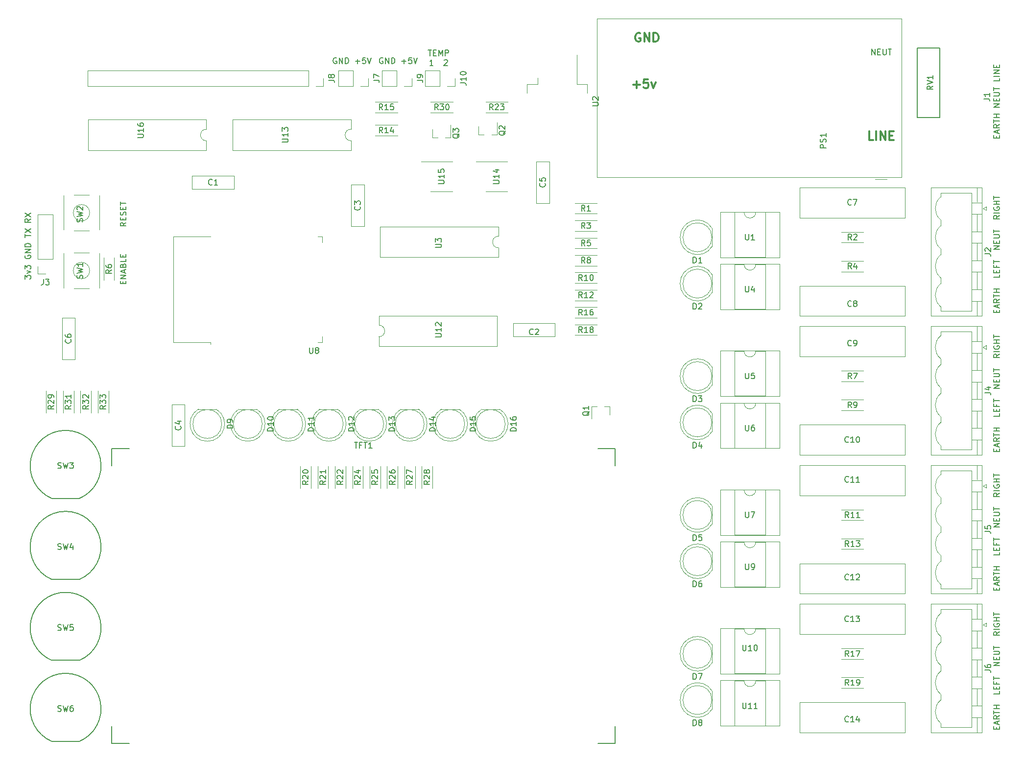
<source format=gbr>
G04 #@! TF.GenerationSoftware,KiCad,Pcbnew,(5.1.4)-1*
G04 #@! TF.CreationDate,2019-10-01T21:30:36+02:00*
G04 #@! TF.ProjectId,regulator board,72656775-6c61-4746-9f72-20626f617264,rev?*
G04 #@! TF.SameCoordinates,Original*
G04 #@! TF.FileFunction,Legend,Top*
G04 #@! TF.FilePolarity,Positive*
%FSLAX46Y46*%
G04 Gerber Fmt 4.6, Leading zero omitted, Abs format (unit mm)*
G04 Created by KiCad (PCBNEW (5.1.4)-1) date 2019-10-01 21:30:36*
%MOMM*%
%LPD*%
G04 APERTURE LIST*
%ADD10C,0.150000*%
%ADD11C,0.300000*%
%ADD12C,0.120000*%
G04 APERTURE END LIST*
D10*
X192857142Y-28452380D02*
X192857142Y-27452380D01*
X193428571Y-28452380D01*
X193428571Y-27452380D01*
X193904761Y-27928571D02*
X194238095Y-27928571D01*
X194380952Y-28452380D02*
X193904761Y-28452380D01*
X193904761Y-27452380D01*
X194380952Y-27452380D01*
X194809523Y-27452380D02*
X194809523Y-28261904D01*
X194857142Y-28357142D01*
X194904761Y-28404761D01*
X195000000Y-28452380D01*
X195190476Y-28452380D01*
X195285714Y-28404761D01*
X195333333Y-28357142D01*
X195380952Y-28261904D01*
X195380952Y-27452380D01*
X195714285Y-27452380D02*
X196285714Y-27452380D01*
X196000000Y-28452380D02*
X196000000Y-27452380D01*
D11*
X193142857Y-43178571D02*
X192428571Y-43178571D01*
X192428571Y-41678571D01*
X193642857Y-43178571D02*
X193642857Y-41678571D01*
X194357142Y-43178571D02*
X194357142Y-41678571D01*
X195214285Y-43178571D01*
X195214285Y-41678571D01*
X195928571Y-42392857D02*
X196428571Y-42392857D01*
X196642857Y-43178571D02*
X195928571Y-43178571D01*
X195928571Y-41678571D01*
X196642857Y-41678571D01*
X151642857Y-33607142D02*
X152785714Y-33607142D01*
X152214285Y-34178571D02*
X152214285Y-33035714D01*
X154214285Y-32678571D02*
X153500000Y-32678571D01*
X153428571Y-33392857D01*
X153500000Y-33321428D01*
X153642857Y-33250000D01*
X154000000Y-33250000D01*
X154142857Y-33321428D01*
X154214285Y-33392857D01*
X154285714Y-33535714D01*
X154285714Y-33892857D01*
X154214285Y-34035714D01*
X154142857Y-34107142D01*
X154000000Y-34178571D01*
X153642857Y-34178571D01*
X153500000Y-34107142D01*
X153428571Y-34035714D01*
X154785714Y-33178571D02*
X155142857Y-34178571D01*
X155500000Y-33178571D01*
X152857142Y-24750000D02*
X152714285Y-24678571D01*
X152500000Y-24678571D01*
X152285714Y-24750000D01*
X152142857Y-24892857D01*
X152071428Y-25035714D01*
X152000000Y-25321428D01*
X152000000Y-25535714D01*
X152071428Y-25821428D01*
X152142857Y-25964285D01*
X152285714Y-26107142D01*
X152500000Y-26178571D01*
X152642857Y-26178571D01*
X152857142Y-26107142D01*
X152928571Y-26035714D01*
X152928571Y-25535714D01*
X152642857Y-25535714D01*
X153571428Y-26178571D02*
X153571428Y-24678571D01*
X154428571Y-26178571D01*
X154428571Y-24678571D01*
X155142857Y-26178571D02*
X155142857Y-24678571D01*
X155500000Y-24678571D01*
X155714285Y-24750000D01*
X155857142Y-24892857D01*
X155928571Y-25035714D01*
X156000000Y-25321428D01*
X156000000Y-25535714D01*
X155928571Y-25821428D01*
X155857142Y-25964285D01*
X155714285Y-26107142D01*
X155500000Y-26178571D01*
X155142857Y-26178571D01*
D10*
X116190476Y-27627380D02*
X116761904Y-27627380D01*
X116476190Y-28627380D02*
X116476190Y-27627380D01*
X117095238Y-28103571D02*
X117428571Y-28103571D01*
X117571428Y-28627380D02*
X117095238Y-28627380D01*
X117095238Y-27627380D01*
X117571428Y-27627380D01*
X118000000Y-28627380D02*
X118000000Y-27627380D01*
X118333333Y-28341666D01*
X118666666Y-27627380D01*
X118666666Y-28627380D01*
X119142857Y-28627380D02*
X119142857Y-27627380D01*
X119523809Y-27627380D01*
X119619047Y-27675000D01*
X119666666Y-27722619D01*
X119714285Y-27817857D01*
X119714285Y-27960714D01*
X119666666Y-28055952D01*
X119619047Y-28103571D01*
X119523809Y-28151190D01*
X119142857Y-28151190D01*
X117047619Y-30277380D02*
X116476190Y-30277380D01*
X116761904Y-30277380D02*
X116761904Y-29277380D01*
X116666666Y-29420238D01*
X116571428Y-29515476D01*
X116476190Y-29563095D01*
X118952380Y-29372619D02*
X119000000Y-29325000D01*
X119095238Y-29277380D01*
X119333333Y-29277380D01*
X119428571Y-29325000D01*
X119476190Y-29372619D01*
X119523809Y-29467857D01*
X119523809Y-29563095D01*
X119476190Y-29705952D01*
X118904761Y-30277380D01*
X119523809Y-30277380D01*
X214428571Y-73023809D02*
X214428571Y-72690476D01*
X214952380Y-72547619D02*
X214952380Y-73023809D01*
X213952380Y-73023809D01*
X213952380Y-72547619D01*
X214666666Y-72166666D02*
X214666666Y-71690476D01*
X214952380Y-72261904D02*
X213952380Y-71928571D01*
X214952380Y-71595238D01*
X214952380Y-70690476D02*
X214476190Y-71023809D01*
X214952380Y-71261904D02*
X213952380Y-71261904D01*
X213952380Y-70880952D01*
X214000000Y-70785714D01*
X214047619Y-70738095D01*
X214142857Y-70690476D01*
X214285714Y-70690476D01*
X214380952Y-70738095D01*
X214428571Y-70785714D01*
X214476190Y-70880952D01*
X214476190Y-71261904D01*
X213952380Y-70404761D02*
X213952380Y-69833333D01*
X214952380Y-70119047D02*
X213952380Y-70119047D01*
X214952380Y-69500000D02*
X213952380Y-69500000D01*
X214428571Y-69500000D02*
X214428571Y-68928571D01*
X214952380Y-68928571D02*
X213952380Y-68928571D01*
X214952380Y-66452380D02*
X214952380Y-66928571D01*
X213952380Y-66928571D01*
X214428571Y-66119047D02*
X214428571Y-65785714D01*
X214952380Y-65642857D02*
X214952380Y-66119047D01*
X213952380Y-66119047D01*
X213952380Y-65642857D01*
X214428571Y-64880952D02*
X214428571Y-65214285D01*
X214952380Y-65214285D02*
X213952380Y-65214285D01*
X213952380Y-64738095D01*
X213952380Y-64500000D02*
X213952380Y-63928571D01*
X214952380Y-64214285D02*
X213952380Y-64214285D01*
X214952380Y-62071428D02*
X213952380Y-62071428D01*
X214952380Y-61500000D01*
X213952380Y-61500000D01*
X214428571Y-61023809D02*
X214428571Y-60690476D01*
X214952380Y-60547619D02*
X214952380Y-61023809D01*
X213952380Y-61023809D01*
X213952380Y-60547619D01*
X213952380Y-60119047D02*
X214761904Y-60119047D01*
X214857142Y-60071428D01*
X214904761Y-60023809D01*
X214952380Y-59928571D01*
X214952380Y-59738095D01*
X214904761Y-59642857D01*
X214857142Y-59595238D01*
X214761904Y-59547619D01*
X213952380Y-59547619D01*
X213952380Y-59214285D02*
X213952380Y-58642857D01*
X214952380Y-58928571D02*
X213952380Y-58928571D01*
X214952380Y-56214285D02*
X214476190Y-56547619D01*
X214952380Y-56785714D02*
X213952380Y-56785714D01*
X213952380Y-56404761D01*
X214000000Y-56309523D01*
X214047619Y-56261904D01*
X214142857Y-56214285D01*
X214285714Y-56214285D01*
X214380952Y-56261904D01*
X214428571Y-56309523D01*
X214476190Y-56404761D01*
X214476190Y-56785714D01*
X214952380Y-55785714D02*
X213952380Y-55785714D01*
X214000000Y-54785714D02*
X213952380Y-54880952D01*
X213952380Y-55023809D01*
X214000000Y-55166666D01*
X214095238Y-55261904D01*
X214190476Y-55309523D01*
X214380952Y-55357142D01*
X214523809Y-55357142D01*
X214714285Y-55309523D01*
X214809523Y-55261904D01*
X214904761Y-55166666D01*
X214952380Y-55023809D01*
X214952380Y-54928571D01*
X214904761Y-54785714D01*
X214857142Y-54738095D01*
X214523809Y-54738095D01*
X214523809Y-54928571D01*
X214952380Y-54309523D02*
X213952380Y-54309523D01*
X214428571Y-54309523D02*
X214428571Y-53738095D01*
X214952380Y-53738095D02*
X213952380Y-53738095D01*
X213952380Y-53404761D02*
X213952380Y-52833333D01*
X214952380Y-53119047D02*
X213952380Y-53119047D01*
X214428571Y-97023809D02*
X214428571Y-96690476D01*
X214952380Y-96547619D02*
X214952380Y-97023809D01*
X213952380Y-97023809D01*
X213952380Y-96547619D01*
X214666666Y-96166666D02*
X214666666Y-95690476D01*
X214952380Y-96261904D02*
X213952380Y-95928571D01*
X214952380Y-95595238D01*
X214952380Y-94690476D02*
X214476190Y-95023809D01*
X214952380Y-95261904D02*
X213952380Y-95261904D01*
X213952380Y-94880952D01*
X214000000Y-94785714D01*
X214047619Y-94738095D01*
X214142857Y-94690476D01*
X214285714Y-94690476D01*
X214380952Y-94738095D01*
X214428571Y-94785714D01*
X214476190Y-94880952D01*
X214476190Y-95261904D01*
X213952380Y-94404761D02*
X213952380Y-93833333D01*
X214952380Y-94119047D02*
X213952380Y-94119047D01*
X214952380Y-93500000D02*
X213952380Y-93500000D01*
X214428571Y-93500000D02*
X214428571Y-92928571D01*
X214952380Y-92928571D02*
X213952380Y-92928571D01*
X214952380Y-90452380D02*
X214952380Y-90928571D01*
X213952380Y-90928571D01*
X214428571Y-90119047D02*
X214428571Y-89785714D01*
X214952380Y-89642857D02*
X214952380Y-90119047D01*
X213952380Y-90119047D01*
X213952380Y-89642857D01*
X214428571Y-88880952D02*
X214428571Y-89214285D01*
X214952380Y-89214285D02*
X213952380Y-89214285D01*
X213952380Y-88738095D01*
X213952380Y-88500000D02*
X213952380Y-87928571D01*
X214952380Y-88214285D02*
X213952380Y-88214285D01*
X214952380Y-86071428D02*
X213952380Y-86071428D01*
X214952380Y-85500000D01*
X213952380Y-85500000D01*
X214428571Y-85023809D02*
X214428571Y-84690476D01*
X214952380Y-84547619D02*
X214952380Y-85023809D01*
X213952380Y-85023809D01*
X213952380Y-84547619D01*
X213952380Y-84119047D02*
X214761904Y-84119047D01*
X214857142Y-84071428D01*
X214904761Y-84023809D01*
X214952380Y-83928571D01*
X214952380Y-83738095D01*
X214904761Y-83642857D01*
X214857142Y-83595238D01*
X214761904Y-83547619D01*
X213952380Y-83547619D01*
X213952380Y-83214285D02*
X213952380Y-82642857D01*
X214952380Y-82928571D02*
X213952380Y-82928571D01*
X214952380Y-80214285D02*
X214476190Y-80547619D01*
X214952380Y-80785714D02*
X213952380Y-80785714D01*
X213952380Y-80404761D01*
X214000000Y-80309523D01*
X214047619Y-80261904D01*
X214142857Y-80214285D01*
X214285714Y-80214285D01*
X214380952Y-80261904D01*
X214428571Y-80309523D01*
X214476190Y-80404761D01*
X214476190Y-80785714D01*
X214952380Y-79785714D02*
X213952380Y-79785714D01*
X214000000Y-78785714D02*
X213952380Y-78880952D01*
X213952380Y-79023809D01*
X214000000Y-79166666D01*
X214095238Y-79261904D01*
X214190476Y-79309523D01*
X214380952Y-79357142D01*
X214523809Y-79357142D01*
X214714285Y-79309523D01*
X214809523Y-79261904D01*
X214904761Y-79166666D01*
X214952380Y-79023809D01*
X214952380Y-78928571D01*
X214904761Y-78785714D01*
X214857142Y-78738095D01*
X214523809Y-78738095D01*
X214523809Y-78928571D01*
X214952380Y-78309523D02*
X213952380Y-78309523D01*
X214428571Y-78309523D02*
X214428571Y-77738095D01*
X214952380Y-77738095D02*
X213952380Y-77738095D01*
X213952380Y-77404761D02*
X213952380Y-76833333D01*
X214952380Y-77119047D02*
X213952380Y-77119047D01*
X214428571Y-121023809D02*
X214428571Y-120690476D01*
X214952380Y-120547619D02*
X214952380Y-121023809D01*
X213952380Y-121023809D01*
X213952380Y-120547619D01*
X214666666Y-120166666D02*
X214666666Y-119690476D01*
X214952380Y-120261904D02*
X213952380Y-119928571D01*
X214952380Y-119595238D01*
X214952380Y-118690476D02*
X214476190Y-119023809D01*
X214952380Y-119261904D02*
X213952380Y-119261904D01*
X213952380Y-118880952D01*
X214000000Y-118785714D01*
X214047619Y-118738095D01*
X214142857Y-118690476D01*
X214285714Y-118690476D01*
X214380952Y-118738095D01*
X214428571Y-118785714D01*
X214476190Y-118880952D01*
X214476190Y-119261904D01*
X213952380Y-118404761D02*
X213952380Y-117833333D01*
X214952380Y-118119047D02*
X213952380Y-118119047D01*
X214952380Y-117500000D02*
X213952380Y-117500000D01*
X214428571Y-117500000D02*
X214428571Y-116928571D01*
X214952380Y-116928571D02*
X213952380Y-116928571D01*
X214952380Y-114452380D02*
X214952380Y-114928571D01*
X213952380Y-114928571D01*
X214428571Y-114119047D02*
X214428571Y-113785714D01*
X214952380Y-113642857D02*
X214952380Y-114119047D01*
X213952380Y-114119047D01*
X213952380Y-113642857D01*
X214428571Y-112880952D02*
X214428571Y-113214285D01*
X214952380Y-113214285D02*
X213952380Y-113214285D01*
X213952380Y-112738095D01*
X213952380Y-112500000D02*
X213952380Y-111928571D01*
X214952380Y-112214285D02*
X213952380Y-112214285D01*
X214952380Y-110071428D02*
X213952380Y-110071428D01*
X214952380Y-109500000D01*
X213952380Y-109500000D01*
X214428571Y-109023809D02*
X214428571Y-108690476D01*
X214952380Y-108547619D02*
X214952380Y-109023809D01*
X213952380Y-109023809D01*
X213952380Y-108547619D01*
X213952380Y-108119047D02*
X214761904Y-108119047D01*
X214857142Y-108071428D01*
X214904761Y-108023809D01*
X214952380Y-107928571D01*
X214952380Y-107738095D01*
X214904761Y-107642857D01*
X214857142Y-107595238D01*
X214761904Y-107547619D01*
X213952380Y-107547619D01*
X213952380Y-107214285D02*
X213952380Y-106642857D01*
X214952380Y-106928571D02*
X213952380Y-106928571D01*
X214952380Y-104214285D02*
X214476190Y-104547619D01*
X214952380Y-104785714D02*
X213952380Y-104785714D01*
X213952380Y-104404761D01*
X214000000Y-104309523D01*
X214047619Y-104261904D01*
X214142857Y-104214285D01*
X214285714Y-104214285D01*
X214380952Y-104261904D01*
X214428571Y-104309523D01*
X214476190Y-104404761D01*
X214476190Y-104785714D01*
X214952380Y-103785714D02*
X213952380Y-103785714D01*
X214000000Y-102785714D02*
X213952380Y-102880952D01*
X213952380Y-103023809D01*
X214000000Y-103166666D01*
X214095238Y-103261904D01*
X214190476Y-103309523D01*
X214380952Y-103357142D01*
X214523809Y-103357142D01*
X214714285Y-103309523D01*
X214809523Y-103261904D01*
X214904761Y-103166666D01*
X214952380Y-103023809D01*
X214952380Y-102928571D01*
X214904761Y-102785714D01*
X214857142Y-102738095D01*
X214523809Y-102738095D01*
X214523809Y-102928571D01*
X214952380Y-102309523D02*
X213952380Y-102309523D01*
X214428571Y-102309523D02*
X214428571Y-101738095D01*
X214952380Y-101738095D02*
X213952380Y-101738095D01*
X213952380Y-101404761D02*
X213952380Y-100833333D01*
X214952380Y-101119047D02*
X213952380Y-101119047D01*
X214428571Y-145023809D02*
X214428571Y-144690476D01*
X214952380Y-144547619D02*
X214952380Y-145023809D01*
X213952380Y-145023809D01*
X213952380Y-144547619D01*
X214666666Y-144166666D02*
X214666666Y-143690476D01*
X214952380Y-144261904D02*
X213952380Y-143928571D01*
X214952380Y-143595238D01*
X214952380Y-142690476D02*
X214476190Y-143023809D01*
X214952380Y-143261904D02*
X213952380Y-143261904D01*
X213952380Y-142880952D01*
X214000000Y-142785714D01*
X214047619Y-142738095D01*
X214142857Y-142690476D01*
X214285714Y-142690476D01*
X214380952Y-142738095D01*
X214428571Y-142785714D01*
X214476190Y-142880952D01*
X214476190Y-143261904D01*
X213952380Y-142404761D02*
X213952380Y-141833333D01*
X214952380Y-142119047D02*
X213952380Y-142119047D01*
X214952380Y-141500000D02*
X213952380Y-141500000D01*
X214428571Y-141500000D02*
X214428571Y-140928571D01*
X214952380Y-140928571D02*
X213952380Y-140928571D01*
X214952380Y-138452380D02*
X214952380Y-138928571D01*
X213952380Y-138928571D01*
X214428571Y-138119047D02*
X214428571Y-137785714D01*
X214952380Y-137642857D02*
X214952380Y-138119047D01*
X213952380Y-138119047D01*
X213952380Y-137642857D01*
X214428571Y-136880952D02*
X214428571Y-137214285D01*
X214952380Y-137214285D02*
X213952380Y-137214285D01*
X213952380Y-136738095D01*
X213952380Y-136500000D02*
X213952380Y-135928571D01*
X214952380Y-136214285D02*
X213952380Y-136214285D01*
X214952380Y-134071428D02*
X213952380Y-134071428D01*
X214952380Y-133500000D01*
X213952380Y-133500000D01*
X214428571Y-133023809D02*
X214428571Y-132690476D01*
X214952380Y-132547619D02*
X214952380Y-133023809D01*
X213952380Y-133023809D01*
X213952380Y-132547619D01*
X213952380Y-132119047D02*
X214761904Y-132119047D01*
X214857142Y-132071428D01*
X214904761Y-132023809D01*
X214952380Y-131928571D01*
X214952380Y-131738095D01*
X214904761Y-131642857D01*
X214857142Y-131595238D01*
X214761904Y-131547619D01*
X213952380Y-131547619D01*
X213952380Y-131214285D02*
X213952380Y-130642857D01*
X214952380Y-130928571D02*
X213952380Y-130928571D01*
X214952380Y-128214285D02*
X214476190Y-128547619D01*
X214952380Y-128785714D02*
X213952380Y-128785714D01*
X213952380Y-128404761D01*
X214000000Y-128309523D01*
X214047619Y-128261904D01*
X214142857Y-128214285D01*
X214285714Y-128214285D01*
X214380952Y-128261904D01*
X214428571Y-128309523D01*
X214476190Y-128404761D01*
X214476190Y-128785714D01*
X214952380Y-127785714D02*
X213952380Y-127785714D01*
X214000000Y-126785714D02*
X213952380Y-126880952D01*
X213952380Y-127023809D01*
X214000000Y-127166666D01*
X214095238Y-127261904D01*
X214190476Y-127309523D01*
X214380952Y-127357142D01*
X214523809Y-127357142D01*
X214714285Y-127309523D01*
X214809523Y-127261904D01*
X214904761Y-127166666D01*
X214952380Y-127023809D01*
X214952380Y-126928571D01*
X214904761Y-126785714D01*
X214857142Y-126738095D01*
X214523809Y-126738095D01*
X214523809Y-126928571D01*
X214952380Y-126309523D02*
X213952380Y-126309523D01*
X214428571Y-126309523D02*
X214428571Y-125738095D01*
X214952380Y-125738095D02*
X213952380Y-125738095D01*
X213952380Y-125404761D02*
X213952380Y-124833333D01*
X214952380Y-125119047D02*
X213952380Y-125119047D01*
X214428571Y-42809523D02*
X214428571Y-42476190D01*
X214952380Y-42333333D02*
X214952380Y-42809523D01*
X213952380Y-42809523D01*
X213952380Y-42333333D01*
X214666666Y-41952380D02*
X214666666Y-41476190D01*
X214952380Y-42047619D02*
X213952380Y-41714285D01*
X214952380Y-41380952D01*
X214952380Y-40476190D02*
X214476190Y-40809523D01*
X214952380Y-41047619D02*
X213952380Y-41047619D01*
X213952380Y-40666666D01*
X214000000Y-40571428D01*
X214047619Y-40523809D01*
X214142857Y-40476190D01*
X214285714Y-40476190D01*
X214380952Y-40523809D01*
X214428571Y-40571428D01*
X214476190Y-40666666D01*
X214476190Y-41047619D01*
X213952380Y-40190476D02*
X213952380Y-39619047D01*
X214952380Y-39904761D02*
X213952380Y-39904761D01*
X214952380Y-39285714D02*
X213952380Y-39285714D01*
X214428571Y-39285714D02*
X214428571Y-38714285D01*
X214952380Y-38714285D02*
X213952380Y-38714285D01*
X214952380Y-37476190D02*
X213952380Y-37476190D01*
X214952380Y-36904761D01*
X213952380Y-36904761D01*
X214428571Y-36428571D02*
X214428571Y-36095238D01*
X214952380Y-35952380D02*
X214952380Y-36428571D01*
X213952380Y-36428571D01*
X213952380Y-35952380D01*
X213952380Y-35523809D02*
X214761904Y-35523809D01*
X214857142Y-35476190D01*
X214904761Y-35428571D01*
X214952380Y-35333333D01*
X214952380Y-35142857D01*
X214904761Y-35047619D01*
X214857142Y-35000000D01*
X214761904Y-34952380D01*
X213952380Y-34952380D01*
X213952380Y-34619047D02*
X213952380Y-34047619D01*
X214952380Y-34333333D02*
X213952380Y-34333333D01*
X214952380Y-32476190D02*
X214952380Y-32952380D01*
X213952380Y-32952380D01*
X214952380Y-32142857D02*
X213952380Y-32142857D01*
X214952380Y-31666666D02*
X213952380Y-31666666D01*
X214952380Y-31095238D01*
X213952380Y-31095238D01*
X214428571Y-30619047D02*
X214428571Y-30285714D01*
X214952380Y-30142857D02*
X214952380Y-30619047D01*
X213952380Y-30619047D01*
X213952380Y-30142857D01*
X108333333Y-29000000D02*
X108238095Y-28952380D01*
X108095238Y-28952380D01*
X107952380Y-29000000D01*
X107857142Y-29095238D01*
X107809523Y-29190476D01*
X107761904Y-29380952D01*
X107761904Y-29523809D01*
X107809523Y-29714285D01*
X107857142Y-29809523D01*
X107952380Y-29904761D01*
X108095238Y-29952380D01*
X108190476Y-29952380D01*
X108333333Y-29904761D01*
X108380952Y-29857142D01*
X108380952Y-29523809D01*
X108190476Y-29523809D01*
X108809523Y-29952380D02*
X108809523Y-28952380D01*
X109380952Y-29952380D01*
X109380952Y-28952380D01*
X109857142Y-29952380D02*
X109857142Y-28952380D01*
X110095238Y-28952380D01*
X110238095Y-29000000D01*
X110333333Y-29095238D01*
X110380952Y-29190476D01*
X110428571Y-29380952D01*
X110428571Y-29523809D01*
X110380952Y-29714285D01*
X110333333Y-29809523D01*
X110238095Y-29904761D01*
X110095238Y-29952380D01*
X109857142Y-29952380D01*
X111619047Y-29571428D02*
X112380952Y-29571428D01*
X112000000Y-29952380D02*
X112000000Y-29190476D01*
X113333333Y-28952380D02*
X112857142Y-28952380D01*
X112809523Y-29428571D01*
X112857142Y-29380952D01*
X112952380Y-29333333D01*
X113190476Y-29333333D01*
X113285714Y-29380952D01*
X113333333Y-29428571D01*
X113380952Y-29523809D01*
X113380952Y-29761904D01*
X113333333Y-29857142D01*
X113285714Y-29904761D01*
X113190476Y-29952380D01*
X112952380Y-29952380D01*
X112857142Y-29904761D01*
X112809523Y-29857142D01*
X113666666Y-28952380D02*
X114000000Y-29952380D01*
X114333333Y-28952380D01*
X100333333Y-29000000D02*
X100238095Y-28952380D01*
X100095238Y-28952380D01*
X99952380Y-29000000D01*
X99857142Y-29095238D01*
X99809523Y-29190476D01*
X99761904Y-29380952D01*
X99761904Y-29523809D01*
X99809523Y-29714285D01*
X99857142Y-29809523D01*
X99952380Y-29904761D01*
X100095238Y-29952380D01*
X100190476Y-29952380D01*
X100333333Y-29904761D01*
X100380952Y-29857142D01*
X100380952Y-29523809D01*
X100190476Y-29523809D01*
X100809523Y-29952380D02*
X100809523Y-28952380D01*
X101380952Y-29952380D01*
X101380952Y-28952380D01*
X101857142Y-29952380D02*
X101857142Y-28952380D01*
X102095238Y-28952380D01*
X102238095Y-29000000D01*
X102333333Y-29095238D01*
X102380952Y-29190476D01*
X102428571Y-29380952D01*
X102428571Y-29523809D01*
X102380952Y-29714285D01*
X102333333Y-29809523D01*
X102238095Y-29904761D01*
X102095238Y-29952380D01*
X101857142Y-29952380D01*
X103619047Y-29571428D02*
X104380952Y-29571428D01*
X104000000Y-29952380D02*
X104000000Y-29190476D01*
X105333333Y-28952380D02*
X104857142Y-28952380D01*
X104809523Y-29428571D01*
X104857142Y-29380952D01*
X104952380Y-29333333D01*
X105190476Y-29333333D01*
X105285714Y-29380952D01*
X105333333Y-29428571D01*
X105380952Y-29523809D01*
X105380952Y-29761904D01*
X105333333Y-29857142D01*
X105285714Y-29904761D01*
X105190476Y-29952380D01*
X104952380Y-29952380D01*
X104857142Y-29904761D01*
X104809523Y-29857142D01*
X105666666Y-28952380D02*
X106000000Y-29952380D01*
X106333333Y-28952380D01*
X63952380Y-57452380D02*
X63476190Y-57785714D01*
X63952380Y-58023809D02*
X62952380Y-58023809D01*
X62952380Y-57642857D01*
X63000000Y-57547619D01*
X63047619Y-57500000D01*
X63142857Y-57452380D01*
X63285714Y-57452380D01*
X63380952Y-57500000D01*
X63428571Y-57547619D01*
X63476190Y-57642857D01*
X63476190Y-58023809D01*
X63428571Y-57023809D02*
X63428571Y-56690476D01*
X63952380Y-56547619D02*
X63952380Y-57023809D01*
X62952380Y-57023809D01*
X62952380Y-56547619D01*
X63904761Y-56166666D02*
X63952380Y-56023809D01*
X63952380Y-55785714D01*
X63904761Y-55690476D01*
X63857142Y-55642857D01*
X63761904Y-55595238D01*
X63666666Y-55595238D01*
X63571428Y-55642857D01*
X63523809Y-55690476D01*
X63476190Y-55785714D01*
X63428571Y-55976190D01*
X63380952Y-56071428D01*
X63333333Y-56119047D01*
X63238095Y-56166666D01*
X63142857Y-56166666D01*
X63047619Y-56119047D01*
X63000000Y-56071428D01*
X62952380Y-55976190D01*
X62952380Y-55738095D01*
X63000000Y-55595238D01*
X63428571Y-55166666D02*
X63428571Y-54833333D01*
X63952380Y-54690476D02*
X63952380Y-55166666D01*
X62952380Y-55166666D01*
X62952380Y-54690476D01*
X62952380Y-54404761D02*
X62952380Y-53833333D01*
X63952380Y-54119047D02*
X62952380Y-54119047D01*
X63428571Y-68023809D02*
X63428571Y-67690476D01*
X63952380Y-67547619D02*
X63952380Y-68023809D01*
X62952380Y-68023809D01*
X62952380Y-67547619D01*
X63952380Y-67119047D02*
X62952380Y-67119047D01*
X63952380Y-66547619D01*
X62952380Y-66547619D01*
X63666666Y-66119047D02*
X63666666Y-65642857D01*
X63952380Y-66214285D02*
X62952380Y-65880952D01*
X63952380Y-65547619D01*
X63428571Y-64880952D02*
X63476190Y-64738095D01*
X63523809Y-64690476D01*
X63619047Y-64642857D01*
X63761904Y-64642857D01*
X63857142Y-64690476D01*
X63904761Y-64738095D01*
X63952380Y-64833333D01*
X63952380Y-65214285D01*
X62952380Y-65214285D01*
X62952380Y-64880952D01*
X63000000Y-64785714D01*
X63047619Y-64738095D01*
X63142857Y-64690476D01*
X63238095Y-64690476D01*
X63333333Y-64738095D01*
X63380952Y-64785714D01*
X63428571Y-64880952D01*
X63428571Y-65214285D01*
X63952380Y-63738095D02*
X63952380Y-64214285D01*
X62952380Y-64214285D01*
X63428571Y-63404761D02*
X63428571Y-63071428D01*
X63952380Y-62928571D02*
X63952380Y-63404761D01*
X62952380Y-63404761D01*
X62952380Y-62928571D01*
X46452380Y-67190476D02*
X46452380Y-66571428D01*
X46833333Y-66904761D01*
X46833333Y-66761904D01*
X46880952Y-66666666D01*
X46928571Y-66619047D01*
X47023809Y-66571428D01*
X47261904Y-66571428D01*
X47357142Y-66619047D01*
X47404761Y-66666666D01*
X47452380Y-66761904D01*
X47452380Y-67047619D01*
X47404761Y-67142857D01*
X47357142Y-67190476D01*
X46785714Y-66238095D02*
X47452380Y-66000000D01*
X46785714Y-65761904D01*
X46452380Y-65476190D02*
X46452380Y-64857142D01*
X46833333Y-65190476D01*
X46833333Y-65047619D01*
X46880952Y-64952380D01*
X46928571Y-64904761D01*
X47023809Y-64857142D01*
X47261904Y-64857142D01*
X47357142Y-64904761D01*
X47404761Y-64952380D01*
X47452380Y-65047619D01*
X47452380Y-65333333D01*
X47404761Y-65428571D01*
X47357142Y-65476190D01*
X46500000Y-63142857D02*
X46452380Y-63238095D01*
X46452380Y-63380952D01*
X46500000Y-63523809D01*
X46595238Y-63619047D01*
X46690476Y-63666666D01*
X46880952Y-63714285D01*
X47023809Y-63714285D01*
X47214285Y-63666666D01*
X47309523Y-63619047D01*
X47404761Y-63523809D01*
X47452380Y-63380952D01*
X47452380Y-63285714D01*
X47404761Y-63142857D01*
X47357142Y-63095238D01*
X47023809Y-63095238D01*
X47023809Y-63285714D01*
X47452380Y-62666666D02*
X46452380Y-62666666D01*
X47452380Y-62095238D01*
X46452380Y-62095238D01*
X47452380Y-61619047D02*
X46452380Y-61619047D01*
X46452380Y-61380952D01*
X46500000Y-61238095D01*
X46595238Y-61142857D01*
X46690476Y-61095238D01*
X46880952Y-61047619D01*
X47023809Y-61047619D01*
X47214285Y-61095238D01*
X47309523Y-61142857D01*
X47404761Y-61238095D01*
X47452380Y-61380952D01*
X47452380Y-61619047D01*
X46452380Y-60000000D02*
X46452380Y-59428571D01*
X47452380Y-59714285D02*
X46452380Y-59714285D01*
X46452380Y-59190476D02*
X47452380Y-58523809D01*
X46452380Y-58523809D02*
X47452380Y-59190476D01*
X47452380Y-56809523D02*
X46976190Y-57142857D01*
X47452380Y-57380952D02*
X46452380Y-57380952D01*
X46452380Y-57000000D01*
X46500000Y-56904761D01*
X46547619Y-56857142D01*
X46642857Y-56809523D01*
X46785714Y-56809523D01*
X46880952Y-56857142D01*
X46928571Y-56904761D01*
X46976190Y-57000000D01*
X46976190Y-57380952D01*
X46452380Y-56476190D02*
X47452380Y-55809523D01*
X46452380Y-55809523D02*
X47452380Y-56476190D01*
D12*
X198020000Y-49620000D02*
X198020000Y-22180000D01*
X198020000Y-22180000D02*
X145380000Y-22180000D01*
X198020000Y-49620000D02*
X145380000Y-49620000D01*
X145380000Y-49620000D02*
X145380000Y-22180000D01*
X193500000Y-49950000D02*
X195500000Y-49950000D01*
X105830000Y-32500000D02*
X105830000Y-33830000D01*
X105830000Y-33830000D02*
X104500000Y-33830000D01*
X103230000Y-33830000D02*
X100630000Y-33830000D01*
X100630000Y-31170000D02*
X100630000Y-33830000D01*
X103230000Y-31170000D02*
X100630000Y-31170000D01*
X103230000Y-31170000D02*
X103230000Y-33830000D01*
X113370000Y-32500000D02*
X113370000Y-33830000D01*
X113370000Y-33830000D02*
X112040000Y-33830000D01*
X110770000Y-33830000D02*
X108170000Y-33830000D01*
X108170000Y-31170000D02*
X108170000Y-33830000D01*
X110770000Y-31170000D02*
X108170000Y-31170000D01*
X110770000Y-31170000D02*
X110770000Y-33830000D01*
X120830000Y-32500000D02*
X120830000Y-33830000D01*
X120830000Y-33830000D02*
X119500000Y-33830000D01*
X118230000Y-33830000D02*
X115630000Y-33830000D01*
X115630000Y-31170000D02*
X115630000Y-33830000D01*
X118230000Y-31170000D02*
X115630000Y-31170000D01*
X118230000Y-31170000D02*
X118230000Y-33830000D01*
X98070000Y-32500000D02*
X98070000Y-33830000D01*
X98070000Y-33830000D02*
X96740000Y-33830000D01*
X95470000Y-33830000D02*
X57310000Y-33830000D01*
X57310000Y-31170000D02*
X57310000Y-33830000D01*
X95470000Y-31170000D02*
X57310000Y-31170000D01*
X95470000Y-31170000D02*
X95470000Y-33830000D01*
X75380000Y-49380000D02*
X82620000Y-49380000D01*
X75380000Y-51620000D02*
X82620000Y-51620000D01*
X75380000Y-49380000D02*
X75380000Y-51620000D01*
X82620000Y-49380000D02*
X82620000Y-51620000D01*
X130880000Y-77120000D02*
X130880000Y-74880000D01*
X138120000Y-77120000D02*
X138120000Y-74880000D01*
X138120000Y-74880000D02*
X130880000Y-74880000D01*
X138120000Y-77120000D02*
X130880000Y-77120000D01*
X105120000Y-50880000D02*
X105120000Y-58120000D01*
X102880000Y-50880000D02*
X102880000Y-58120000D01*
X105120000Y-50880000D02*
X102880000Y-50880000D01*
X105120000Y-58120000D02*
X102880000Y-58120000D01*
X71880000Y-88880000D02*
X74120000Y-88880000D01*
X71880000Y-96120000D02*
X74120000Y-96120000D01*
X74120000Y-96120000D02*
X74120000Y-88880000D01*
X71880000Y-96120000D02*
X71880000Y-88880000D01*
X137120000Y-46880000D02*
X137120000Y-54120000D01*
X134880000Y-46880000D02*
X134880000Y-54120000D01*
X137120000Y-46880000D02*
X134880000Y-46880000D01*
X137120000Y-54120000D02*
X134880000Y-54120000D01*
X52880000Y-73880000D02*
X55120000Y-73880000D01*
X52880000Y-81120000D02*
X55120000Y-81120000D01*
X55120000Y-81120000D02*
X55120000Y-73880000D01*
X52880000Y-81120000D02*
X52880000Y-73880000D01*
X180380000Y-56620000D02*
X180380000Y-51380000D01*
X198620000Y-56620000D02*
X198620000Y-51380000D01*
X198620000Y-51380000D02*
X180380000Y-51380000D01*
X198620000Y-56620000D02*
X180380000Y-56620000D01*
X198620000Y-73620000D02*
X180380000Y-73620000D01*
X198620000Y-68380000D02*
X180380000Y-68380000D01*
X198620000Y-73620000D02*
X198620000Y-68380000D01*
X180380000Y-73620000D02*
X180380000Y-68380000D01*
X198620000Y-80620000D02*
X180380000Y-80620000D01*
X198620000Y-75380000D02*
X180380000Y-75380000D01*
X198620000Y-80620000D02*
X198620000Y-75380000D01*
X180380000Y-80620000D02*
X180380000Y-75380000D01*
X180380000Y-97620000D02*
X180380000Y-92380000D01*
X198620000Y-97620000D02*
X198620000Y-92380000D01*
X198620000Y-92380000D02*
X180380000Y-92380000D01*
X198620000Y-97620000D02*
X180380000Y-97620000D01*
X198620000Y-104620000D02*
X180380000Y-104620000D01*
X198620000Y-99380000D02*
X180380000Y-99380000D01*
X198620000Y-104620000D02*
X198620000Y-99380000D01*
X180380000Y-104620000D02*
X180380000Y-99380000D01*
X180380000Y-121620000D02*
X180380000Y-116380000D01*
X198620000Y-121620000D02*
X198620000Y-116380000D01*
X198620000Y-116380000D02*
X180380000Y-116380000D01*
X198620000Y-121620000D02*
X180380000Y-121620000D01*
X198620000Y-128620000D02*
X180380000Y-128620000D01*
X198620000Y-123380000D02*
X180380000Y-123380000D01*
X198620000Y-128620000D02*
X198620000Y-123380000D01*
X180380000Y-128620000D02*
X180380000Y-123380000D01*
X180380000Y-145620000D02*
X180380000Y-140380000D01*
X198620000Y-145620000D02*
X198620000Y-140380000D01*
X198620000Y-140380000D02*
X180380000Y-140380000D01*
X198620000Y-145620000D02*
X180380000Y-145620000D01*
X165290000Y-61545000D02*
X165290000Y-58455000D01*
X165230000Y-60000000D02*
G75*
G03X165230000Y-60000000I-2500000J0D01*
G01*
X159740000Y-60000462D02*
G75*
G02X165290000Y-58455170I2990000J462D01*
G01*
X159740000Y-59999538D02*
G75*
G03X165290000Y-61544830I2990000J-462D01*
G01*
X165290000Y-69545000D02*
X165290000Y-66455000D01*
X165230000Y-68000000D02*
G75*
G03X165230000Y-68000000I-2500000J0D01*
G01*
X159740000Y-68000462D02*
G75*
G02X165290000Y-66455170I2990000J462D01*
G01*
X159740000Y-67999538D02*
G75*
G03X165290000Y-69544830I2990000J-462D01*
G01*
X159740000Y-83999538D02*
G75*
G03X165290000Y-85544830I2990000J-462D01*
G01*
X159740000Y-84000462D02*
G75*
G02X165290000Y-82455170I2990000J462D01*
G01*
X165230000Y-84000000D02*
G75*
G03X165230000Y-84000000I-2500000J0D01*
G01*
X165290000Y-85545000D02*
X165290000Y-82455000D01*
X159740000Y-91999538D02*
G75*
G03X165290000Y-93544830I2990000J-462D01*
G01*
X159740000Y-92000462D02*
G75*
G02X165290000Y-90455170I2990000J462D01*
G01*
X165230000Y-92000000D02*
G75*
G03X165230000Y-92000000I-2500000J0D01*
G01*
X165290000Y-93545000D02*
X165290000Y-90455000D01*
X159740000Y-107999538D02*
G75*
G03X165290000Y-109544830I2990000J-462D01*
G01*
X159740000Y-108000462D02*
G75*
G02X165290000Y-106455170I2990000J462D01*
G01*
X165230000Y-108000000D02*
G75*
G03X165230000Y-108000000I-2500000J0D01*
G01*
X165290000Y-109545000D02*
X165290000Y-106455000D01*
X159740000Y-115999538D02*
G75*
G03X165290000Y-117544830I2990000J-462D01*
G01*
X159740000Y-116000462D02*
G75*
G02X165290000Y-114455170I2990000J462D01*
G01*
X165230000Y-116000000D02*
G75*
G03X165230000Y-116000000I-2500000J0D01*
G01*
X165290000Y-117545000D02*
X165290000Y-114455000D01*
X165290000Y-133545000D02*
X165290000Y-130455000D01*
X165230000Y-132000000D02*
G75*
G03X165230000Y-132000000I-2500000J0D01*
G01*
X159740000Y-132000462D02*
G75*
G02X165290000Y-130455170I2990000J462D01*
G01*
X159740000Y-131999538D02*
G75*
G03X165290000Y-133544830I2990000J-462D01*
G01*
X165290000Y-141545000D02*
X165290000Y-138455000D01*
X165230000Y-140000000D02*
G75*
G03X165230000Y-140000000I-2500000J0D01*
G01*
X159740000Y-140000462D02*
G75*
G02X165290000Y-138455170I2990000J462D01*
G01*
X159740000Y-139999538D02*
G75*
G03X165290000Y-141544830I2990000J-462D01*
G01*
X79545000Y-89710000D02*
X76455000Y-89710000D01*
X80500000Y-92270000D02*
G75*
G03X80500000Y-92270000I-2500000J0D01*
G01*
X78000462Y-95260000D02*
G75*
G02X76455170Y-89710000I-462J2990000D01*
G01*
X77999538Y-95260000D02*
G75*
G03X79544830Y-89710000I462J2990000D01*
G01*
X86545000Y-89710000D02*
X83455000Y-89710000D01*
X87500000Y-92270000D02*
G75*
G03X87500000Y-92270000I-2500000J0D01*
G01*
X85000462Y-95260000D02*
G75*
G02X83455170Y-89710000I-462J2990000D01*
G01*
X84999538Y-95260000D02*
G75*
G03X86544830Y-89710000I462J2990000D01*
G01*
X93545000Y-89710000D02*
X90455000Y-89710000D01*
X94500000Y-92270000D02*
G75*
G03X94500000Y-92270000I-2500000J0D01*
G01*
X92000462Y-95260000D02*
G75*
G02X90455170Y-89710000I-462J2990000D01*
G01*
X91999538Y-95260000D02*
G75*
G03X93544830Y-89710000I462J2990000D01*
G01*
X100545000Y-89710000D02*
X97455000Y-89710000D01*
X101500000Y-92270000D02*
G75*
G03X101500000Y-92270000I-2500000J0D01*
G01*
X99000462Y-95260000D02*
G75*
G02X97455170Y-89710000I-462J2990000D01*
G01*
X98999538Y-95260000D02*
G75*
G03X100544830Y-89710000I462J2990000D01*
G01*
X105999538Y-95260000D02*
G75*
G03X107544830Y-89710000I462J2990000D01*
G01*
X106000462Y-95260000D02*
G75*
G02X104455170Y-89710000I-462J2990000D01*
G01*
X108500000Y-92270000D02*
G75*
G03X108500000Y-92270000I-2500000J0D01*
G01*
X107545000Y-89710000D02*
X104455000Y-89710000D01*
X112999538Y-95260000D02*
G75*
G03X114544830Y-89710000I462J2990000D01*
G01*
X113000462Y-95260000D02*
G75*
G02X111455170Y-89710000I-462J2990000D01*
G01*
X115500000Y-92270000D02*
G75*
G03X115500000Y-92270000I-2500000J0D01*
G01*
X114545000Y-89710000D02*
X111455000Y-89710000D01*
X119999538Y-95260000D02*
G75*
G03X121544830Y-89710000I462J2990000D01*
G01*
X120000462Y-95260000D02*
G75*
G02X118455170Y-89710000I-462J2990000D01*
G01*
X122500000Y-92270000D02*
G75*
G03X122500000Y-92270000I-2500000J0D01*
G01*
X121545000Y-89710000D02*
X118455000Y-89710000D01*
X126999538Y-95260000D02*
G75*
G03X128544830Y-89710000I462J2990000D01*
G01*
X127000462Y-95260000D02*
G75*
G02X125455170Y-89710000I-462J2990000D01*
G01*
X129500000Y-92270000D02*
G75*
G03X129500000Y-92270000I-2500000J0D01*
G01*
X128545000Y-89710000D02*
X125455000Y-89710000D01*
X204784179Y-56986841D02*
G75*
G02X204800000Y-53000000I1665821J1986841D01*
G01*
X204784179Y-61986841D02*
G75*
G02X204800000Y-58000000I1665821J1986841D01*
G01*
X204784179Y-66986841D02*
G75*
G02X204800000Y-63000000I1665821J1986841D01*
G01*
X204784179Y-71986841D02*
G75*
G02X204800000Y-68000000I1665821J1986841D01*
G01*
X211910000Y-51390000D02*
X203090000Y-51390000D01*
X203090000Y-51390000D02*
X203090000Y-73610000D01*
X203090000Y-73610000D02*
X211910000Y-73610000D01*
X211910000Y-73610000D02*
X211910000Y-51390000D01*
X211100000Y-51390000D02*
X211100000Y-53890000D01*
X211100000Y-73610000D02*
X211100000Y-71110000D01*
X211100000Y-56000000D02*
X211100000Y-59000000D01*
X211100000Y-61000000D02*
X211100000Y-64000000D01*
X211100000Y-66000000D02*
X211100000Y-69000000D01*
X210100000Y-54000000D02*
X211910000Y-54000000D01*
X211910000Y-54000000D02*
X211910000Y-56000000D01*
X211910000Y-56000000D02*
X210100000Y-56000000D01*
X210100000Y-56000000D02*
X210100000Y-54000000D01*
X210100000Y-59000000D02*
X211910000Y-59000000D01*
X211910000Y-59000000D02*
X211910000Y-61000000D01*
X211910000Y-61000000D02*
X210100000Y-61000000D01*
X210100000Y-61000000D02*
X210100000Y-59000000D01*
X210100000Y-64000000D02*
X211910000Y-64000000D01*
X211910000Y-64000000D02*
X211910000Y-66000000D01*
X211910000Y-66000000D02*
X210100000Y-66000000D01*
X210100000Y-66000000D02*
X210100000Y-64000000D01*
X210100000Y-69000000D02*
X211910000Y-69000000D01*
X211910000Y-69000000D02*
X211910000Y-71000000D01*
X211910000Y-71000000D02*
X210100000Y-71000000D01*
X210100000Y-71000000D02*
X210100000Y-69000000D01*
X204800000Y-57000000D02*
X204800000Y-58000000D01*
X204800000Y-62000000D02*
X204800000Y-63000000D01*
X204800000Y-67000000D02*
X204800000Y-68000000D01*
X204800000Y-53000000D02*
X204800000Y-52300000D01*
X204800000Y-52300000D02*
X210100000Y-52300000D01*
X210100000Y-52300000D02*
X210100000Y-72700000D01*
X210100000Y-72700000D02*
X204800000Y-72700000D01*
X204800000Y-72700000D02*
X204800000Y-72000000D01*
X212710000Y-55300000D02*
X212110000Y-55000000D01*
X212110000Y-55000000D02*
X212710000Y-54700000D01*
X212710000Y-54700000D02*
X212710000Y-55300000D01*
X51330000Y-63730000D02*
X48670000Y-63730000D01*
X51330000Y-63730000D02*
X51330000Y-56050000D01*
X51330000Y-56050000D02*
X48670000Y-56050000D01*
X48670000Y-63730000D02*
X48670000Y-56050000D01*
X48670000Y-66330000D02*
X48670000Y-65000000D01*
X50000000Y-66330000D02*
X48670000Y-66330000D01*
X212710000Y-78700000D02*
X212710000Y-79300000D01*
X212110000Y-79000000D02*
X212710000Y-78700000D01*
X212710000Y-79300000D02*
X212110000Y-79000000D01*
X204800000Y-96700000D02*
X204800000Y-96000000D01*
X210100000Y-96700000D02*
X204800000Y-96700000D01*
X210100000Y-76300000D02*
X210100000Y-96700000D01*
X204800000Y-76300000D02*
X210100000Y-76300000D01*
X204800000Y-77000000D02*
X204800000Y-76300000D01*
X204800000Y-91000000D02*
X204800000Y-92000000D01*
X204800000Y-86000000D02*
X204800000Y-87000000D01*
X204800000Y-81000000D02*
X204800000Y-82000000D01*
X210100000Y-95000000D02*
X210100000Y-93000000D01*
X211910000Y-95000000D02*
X210100000Y-95000000D01*
X211910000Y-93000000D02*
X211910000Y-95000000D01*
X210100000Y-93000000D02*
X211910000Y-93000000D01*
X210100000Y-90000000D02*
X210100000Y-88000000D01*
X211910000Y-90000000D02*
X210100000Y-90000000D01*
X211910000Y-88000000D02*
X211910000Y-90000000D01*
X210100000Y-88000000D02*
X211910000Y-88000000D01*
X210100000Y-85000000D02*
X210100000Y-83000000D01*
X211910000Y-85000000D02*
X210100000Y-85000000D01*
X211910000Y-83000000D02*
X211910000Y-85000000D01*
X210100000Y-83000000D02*
X211910000Y-83000000D01*
X210100000Y-80000000D02*
X210100000Y-78000000D01*
X211910000Y-80000000D02*
X210100000Y-80000000D01*
X211910000Y-78000000D02*
X211910000Y-80000000D01*
X210100000Y-78000000D02*
X211910000Y-78000000D01*
X211100000Y-90000000D02*
X211100000Y-93000000D01*
X211100000Y-85000000D02*
X211100000Y-88000000D01*
X211100000Y-80000000D02*
X211100000Y-83000000D01*
X211100000Y-97610000D02*
X211100000Y-95110000D01*
X211100000Y-75390000D02*
X211100000Y-77890000D01*
X211910000Y-97610000D02*
X211910000Y-75390000D01*
X203090000Y-97610000D02*
X211910000Y-97610000D01*
X203090000Y-75390000D02*
X203090000Y-97610000D01*
X211910000Y-75390000D02*
X203090000Y-75390000D01*
X204784179Y-95986841D02*
G75*
G02X204800000Y-92000000I1665821J1986841D01*
G01*
X204784179Y-90986841D02*
G75*
G02X204800000Y-87000000I1665821J1986841D01*
G01*
X204784179Y-85986841D02*
G75*
G02X204800000Y-82000000I1665821J1986841D01*
G01*
X204784179Y-80986841D02*
G75*
G02X204800000Y-77000000I1665821J1986841D01*
G01*
X204784179Y-104986841D02*
G75*
G02X204800000Y-101000000I1665821J1986841D01*
G01*
X204784179Y-109986841D02*
G75*
G02X204800000Y-106000000I1665821J1986841D01*
G01*
X204784179Y-114986841D02*
G75*
G02X204800000Y-111000000I1665821J1986841D01*
G01*
X204784179Y-119986841D02*
G75*
G02X204800000Y-116000000I1665821J1986841D01*
G01*
X211910000Y-99390000D02*
X203090000Y-99390000D01*
X203090000Y-99390000D02*
X203090000Y-121610000D01*
X203090000Y-121610000D02*
X211910000Y-121610000D01*
X211910000Y-121610000D02*
X211910000Y-99390000D01*
X211100000Y-99390000D02*
X211100000Y-101890000D01*
X211100000Y-121610000D02*
X211100000Y-119110000D01*
X211100000Y-104000000D02*
X211100000Y-107000000D01*
X211100000Y-109000000D02*
X211100000Y-112000000D01*
X211100000Y-114000000D02*
X211100000Y-117000000D01*
X210100000Y-102000000D02*
X211910000Y-102000000D01*
X211910000Y-102000000D02*
X211910000Y-104000000D01*
X211910000Y-104000000D02*
X210100000Y-104000000D01*
X210100000Y-104000000D02*
X210100000Y-102000000D01*
X210100000Y-107000000D02*
X211910000Y-107000000D01*
X211910000Y-107000000D02*
X211910000Y-109000000D01*
X211910000Y-109000000D02*
X210100000Y-109000000D01*
X210100000Y-109000000D02*
X210100000Y-107000000D01*
X210100000Y-112000000D02*
X211910000Y-112000000D01*
X211910000Y-112000000D02*
X211910000Y-114000000D01*
X211910000Y-114000000D02*
X210100000Y-114000000D01*
X210100000Y-114000000D02*
X210100000Y-112000000D01*
X210100000Y-117000000D02*
X211910000Y-117000000D01*
X211910000Y-117000000D02*
X211910000Y-119000000D01*
X211910000Y-119000000D02*
X210100000Y-119000000D01*
X210100000Y-119000000D02*
X210100000Y-117000000D01*
X204800000Y-105000000D02*
X204800000Y-106000000D01*
X204800000Y-110000000D02*
X204800000Y-111000000D01*
X204800000Y-115000000D02*
X204800000Y-116000000D01*
X204800000Y-101000000D02*
X204800000Y-100300000D01*
X204800000Y-100300000D02*
X210100000Y-100300000D01*
X210100000Y-100300000D02*
X210100000Y-120700000D01*
X210100000Y-120700000D02*
X204800000Y-120700000D01*
X204800000Y-120700000D02*
X204800000Y-120000000D01*
X212710000Y-103300000D02*
X212110000Y-103000000D01*
X212110000Y-103000000D02*
X212710000Y-102700000D01*
X212710000Y-102700000D02*
X212710000Y-103300000D01*
X212710000Y-126700000D02*
X212710000Y-127300000D01*
X212110000Y-127000000D02*
X212710000Y-126700000D01*
X212710000Y-127300000D02*
X212110000Y-127000000D01*
X204800000Y-144700000D02*
X204800000Y-144000000D01*
X210100000Y-144700000D02*
X204800000Y-144700000D01*
X210100000Y-124300000D02*
X210100000Y-144700000D01*
X204800000Y-124300000D02*
X210100000Y-124300000D01*
X204800000Y-125000000D02*
X204800000Y-124300000D01*
X204800000Y-139000000D02*
X204800000Y-140000000D01*
X204800000Y-134000000D02*
X204800000Y-135000000D01*
X204800000Y-129000000D02*
X204800000Y-130000000D01*
X210100000Y-143000000D02*
X210100000Y-141000000D01*
X211910000Y-143000000D02*
X210100000Y-143000000D01*
X211910000Y-141000000D02*
X211910000Y-143000000D01*
X210100000Y-141000000D02*
X211910000Y-141000000D01*
X210100000Y-138000000D02*
X210100000Y-136000000D01*
X211910000Y-138000000D02*
X210100000Y-138000000D01*
X211910000Y-136000000D02*
X211910000Y-138000000D01*
X210100000Y-136000000D02*
X211910000Y-136000000D01*
X210100000Y-133000000D02*
X210100000Y-131000000D01*
X211910000Y-133000000D02*
X210100000Y-133000000D01*
X211910000Y-131000000D02*
X211910000Y-133000000D01*
X210100000Y-131000000D02*
X211910000Y-131000000D01*
X210100000Y-128000000D02*
X210100000Y-126000000D01*
X211910000Y-128000000D02*
X210100000Y-128000000D01*
X211910000Y-126000000D02*
X211910000Y-128000000D01*
X210100000Y-126000000D02*
X211910000Y-126000000D01*
X211100000Y-138000000D02*
X211100000Y-141000000D01*
X211100000Y-133000000D02*
X211100000Y-136000000D01*
X211100000Y-128000000D02*
X211100000Y-131000000D01*
X211100000Y-145610000D02*
X211100000Y-143110000D01*
X211100000Y-123390000D02*
X211100000Y-125890000D01*
X211910000Y-145610000D02*
X211910000Y-123390000D01*
X203090000Y-145610000D02*
X211910000Y-145610000D01*
X203090000Y-123390000D02*
X203090000Y-145610000D01*
X211910000Y-123390000D02*
X203090000Y-123390000D01*
X204784179Y-143986841D02*
G75*
G02X204800000Y-140000000I1665821J1986841D01*
G01*
X204784179Y-138986841D02*
G75*
G02X204800000Y-135000000I1665821J1986841D01*
G01*
X204784179Y-133986841D02*
G75*
G02X204800000Y-130000000I1665821J1986841D01*
G01*
X204784179Y-128986841D02*
G75*
G02X204800000Y-125000000I1665821J1986841D01*
G01*
X147580000Y-89240000D02*
X147580000Y-90700000D01*
X144420000Y-89240000D02*
X144420000Y-91400000D01*
X144420000Y-89240000D02*
X145350000Y-89240000D01*
X147580000Y-89240000D02*
X146650000Y-89240000D01*
X124920000Y-42260000D02*
X125850000Y-42260000D01*
X128080000Y-42260000D02*
X127150000Y-42260000D01*
X128080000Y-42260000D02*
X128080000Y-40100000D01*
X124920000Y-42260000D02*
X124920000Y-40800000D01*
X116920000Y-42760000D02*
X117850000Y-42760000D01*
X120080000Y-42760000D02*
X119150000Y-42760000D01*
X120080000Y-42760000D02*
X120080000Y-40600000D01*
X116920000Y-42760000D02*
X116920000Y-41300000D01*
X145380000Y-55920000D02*
X141540000Y-55920000D01*
X145380000Y-54080000D02*
X141540000Y-54080000D01*
X187620000Y-60920000D02*
X191460000Y-60920000D01*
X187620000Y-59080000D02*
X191460000Y-59080000D01*
X145380000Y-57080000D02*
X141540000Y-57080000D01*
X145380000Y-58920000D02*
X141540000Y-58920000D01*
X187620000Y-65920000D02*
X191460000Y-65920000D01*
X187620000Y-64080000D02*
X191460000Y-64080000D01*
X145380000Y-61920000D02*
X141540000Y-61920000D01*
X145380000Y-60080000D02*
X141540000Y-60080000D01*
X60080000Y-67380000D02*
X60080000Y-63540000D01*
X61920000Y-67380000D02*
X61920000Y-63540000D01*
X187620000Y-84920000D02*
X191460000Y-84920000D01*
X187620000Y-83080000D02*
X191460000Y-83080000D01*
X145380000Y-63080000D02*
X141540000Y-63080000D01*
X145380000Y-64920000D02*
X141540000Y-64920000D01*
X187620000Y-88080000D02*
X191460000Y-88080000D01*
X187620000Y-89920000D02*
X191460000Y-89920000D01*
X145380000Y-67920000D02*
X141540000Y-67920000D01*
X145380000Y-66080000D02*
X141540000Y-66080000D01*
X187620000Y-108920000D02*
X191460000Y-108920000D01*
X187620000Y-107080000D02*
X191460000Y-107080000D01*
X145380000Y-69080000D02*
X141540000Y-69080000D01*
X145380000Y-70920000D02*
X141540000Y-70920000D01*
X187620000Y-113920000D02*
X191460000Y-113920000D01*
X187620000Y-112080000D02*
X191460000Y-112080000D01*
X110880000Y-42420000D02*
X107040000Y-42420000D01*
X110880000Y-40580000D02*
X107040000Y-40580000D01*
X110880000Y-36580000D02*
X107040000Y-36580000D01*
X110880000Y-38420000D02*
X107040000Y-38420000D01*
X145380000Y-73920000D02*
X141540000Y-73920000D01*
X145380000Y-72080000D02*
X141540000Y-72080000D01*
X187620000Y-132920000D02*
X191460000Y-132920000D01*
X187620000Y-131080000D02*
X191460000Y-131080000D01*
X145380000Y-75080000D02*
X141540000Y-75080000D01*
X145380000Y-76920000D02*
X141540000Y-76920000D01*
X187620000Y-137920000D02*
X191460000Y-137920000D01*
X187620000Y-136080000D02*
X191460000Y-136080000D01*
X95920000Y-103380000D02*
X95920000Y-99540000D01*
X94080000Y-103380000D02*
X94080000Y-99540000D01*
X97080000Y-103380000D02*
X97080000Y-99540000D01*
X98920000Y-103380000D02*
X98920000Y-99540000D01*
X101920000Y-103380000D02*
X101920000Y-99540000D01*
X100080000Y-103380000D02*
X100080000Y-99540000D01*
X126120000Y-36580000D02*
X129960000Y-36580000D01*
X126120000Y-38420000D02*
X129960000Y-38420000D01*
X103080000Y-103380000D02*
X103080000Y-99540000D01*
X104920000Y-103380000D02*
X104920000Y-99540000D01*
X107920000Y-103380000D02*
X107920000Y-99540000D01*
X106080000Y-103380000D02*
X106080000Y-99540000D01*
X109080000Y-103380000D02*
X109080000Y-99540000D01*
X110920000Y-103380000D02*
X110920000Y-99540000D01*
X113920000Y-103380000D02*
X113920000Y-99540000D01*
X112080000Y-103380000D02*
X112080000Y-99540000D01*
X115080000Y-103380000D02*
X115080000Y-99540000D01*
X116920000Y-103380000D02*
X116920000Y-99540000D01*
X50080000Y-90380000D02*
X50080000Y-86540000D01*
X51920000Y-90380000D02*
X51920000Y-86540000D01*
X116620000Y-36580000D02*
X120460000Y-36580000D01*
X116620000Y-38420000D02*
X120460000Y-38420000D01*
X53080000Y-90380000D02*
X53080000Y-86540000D01*
X54920000Y-90380000D02*
X54920000Y-86540000D01*
X56080000Y-90380000D02*
X56080000Y-86540000D01*
X57920000Y-90380000D02*
X57920000Y-86540000D01*
X59080000Y-90380000D02*
X59080000Y-86540000D01*
X60920000Y-90380000D02*
X60920000Y-86540000D01*
D10*
X204650000Y-39250000D02*
X204650000Y-27250000D01*
X200750000Y-39250000D02*
X200750000Y-27250000D01*
X200750000Y-27250000D02*
X204650000Y-27250000D01*
X200750000Y-39250000D02*
X204650000Y-39250000D01*
D12*
X54910000Y-62630000D02*
X57590000Y-62630000D01*
X57590000Y-68870000D02*
X54910000Y-68870000D01*
X53130000Y-68720000D02*
X53130000Y-62780000D01*
X59370000Y-68720000D02*
X59370000Y-62780000D01*
X57664214Y-65750000D02*
G75*
G03X57664214Y-65750000I-1414214J0D01*
G01*
X57664214Y-55750000D02*
G75*
G03X57664214Y-55750000I-1414214J0D01*
G01*
X59370000Y-58720000D02*
X59370000Y-52780000D01*
X53130000Y-58720000D02*
X53130000Y-52780000D01*
X57590000Y-58870000D02*
X54910000Y-58870000D01*
X54910000Y-52630000D02*
X57590000Y-52630000D01*
D10*
X55896843Y-105137095D02*
G75*
G03X51110000Y-105140000I-2396843J5637095D01*
G01*
X55890000Y-105140000D02*
X51110000Y-105140000D01*
X55890000Y-119140000D02*
X51110000Y-119140000D01*
X55896843Y-119137095D02*
G75*
G03X51110000Y-119140000I-2396843J5637095D01*
G01*
X55896843Y-133137095D02*
G75*
G03X51110000Y-133140000I-2396843J5637095D01*
G01*
X55890000Y-133140000D02*
X51110000Y-133140000D01*
X55890000Y-147140000D02*
X51110000Y-147140000D01*
X55896843Y-147137095D02*
G75*
G03X51110000Y-147140000I-2396843J5637095D01*
G01*
X148500000Y-96500000D02*
X148500000Y-99500000D01*
X148500000Y-96500000D02*
X145500000Y-96500000D01*
X148500000Y-147500000D02*
X145500000Y-147500000D01*
X148500000Y-147500000D02*
X148500000Y-144500000D01*
X61500000Y-147500000D02*
X64500000Y-147500000D01*
X61500000Y-147500000D02*
X61500000Y-144500000D01*
X61500000Y-96500000D02*
X61500000Y-99500000D01*
X61500000Y-96500000D02*
X64500000Y-96500000D01*
D12*
X172810000Y-55670000D02*
G75*
G02X170810000Y-55670000I-1000000J0D01*
G01*
X170810000Y-55670000D02*
X169160000Y-55670000D01*
X169160000Y-55670000D02*
X169160000Y-63410000D01*
X169160000Y-63410000D02*
X174460000Y-63410000D01*
X174460000Y-63410000D02*
X174460000Y-55670000D01*
X174460000Y-55670000D02*
X172810000Y-55670000D01*
X166670000Y-55610000D02*
X166670000Y-63470000D01*
X166670000Y-63470000D02*
X176950000Y-63470000D01*
X176950000Y-63470000D02*
X176950000Y-55610000D01*
X176950000Y-55610000D02*
X166670000Y-55610000D01*
X143700000Y-35050000D02*
X143700000Y-33550000D01*
X143700000Y-33550000D02*
X141890000Y-33550000D01*
X141890000Y-33550000D02*
X141890000Y-28425000D01*
X133300000Y-35050000D02*
X133300000Y-33550000D01*
X133300000Y-33550000D02*
X135110000Y-33550000D01*
X135110000Y-33550000D02*
X135110000Y-32450000D01*
X128330000Y-63460000D02*
X128330000Y-61810000D01*
X107890000Y-63460000D02*
X128330000Y-63460000D01*
X107890000Y-58160000D02*
X107890000Y-63460000D01*
X128330000Y-58160000D02*
X107890000Y-58160000D01*
X128330000Y-59810000D02*
X128330000Y-58160000D01*
X128330000Y-61810000D02*
G75*
G02X128330000Y-59810000I0J1000000D01*
G01*
X176950000Y-64610000D02*
X166670000Y-64610000D01*
X176950000Y-72470000D02*
X176950000Y-64610000D01*
X166670000Y-72470000D02*
X176950000Y-72470000D01*
X166670000Y-64610000D02*
X166670000Y-72470000D01*
X174460000Y-64670000D02*
X172810000Y-64670000D01*
X174460000Y-72410000D02*
X174460000Y-64670000D01*
X169160000Y-72410000D02*
X174460000Y-72410000D01*
X169160000Y-64670000D02*
X169160000Y-72410000D01*
X170810000Y-64670000D02*
X169160000Y-64670000D01*
X172810000Y-64670000D02*
G75*
G02X170810000Y-64670000I-1000000J0D01*
G01*
X172810000Y-79670000D02*
G75*
G02X170810000Y-79670000I-1000000J0D01*
G01*
X170810000Y-79670000D02*
X169160000Y-79670000D01*
X169160000Y-79670000D02*
X169160000Y-87410000D01*
X169160000Y-87410000D02*
X174460000Y-87410000D01*
X174460000Y-87410000D02*
X174460000Y-79670000D01*
X174460000Y-79670000D02*
X172810000Y-79670000D01*
X166670000Y-79610000D02*
X166670000Y-87470000D01*
X166670000Y-87470000D02*
X176950000Y-87470000D01*
X176950000Y-87470000D02*
X176950000Y-79610000D01*
X176950000Y-79610000D02*
X166670000Y-79610000D01*
X176950000Y-88610000D02*
X166670000Y-88610000D01*
X176950000Y-96470000D02*
X176950000Y-88610000D01*
X166670000Y-96470000D02*
X176950000Y-96470000D01*
X166670000Y-88610000D02*
X166670000Y-96470000D01*
X174460000Y-88670000D02*
X172810000Y-88670000D01*
X174460000Y-96410000D02*
X174460000Y-88670000D01*
X169160000Y-96410000D02*
X174460000Y-96410000D01*
X169160000Y-88670000D02*
X169160000Y-96410000D01*
X170810000Y-88670000D02*
X169160000Y-88670000D01*
X172810000Y-88670000D02*
G75*
G02X170810000Y-88670000I-1000000J0D01*
G01*
X172810000Y-103670000D02*
G75*
G02X170810000Y-103670000I-1000000J0D01*
G01*
X170810000Y-103670000D02*
X169160000Y-103670000D01*
X169160000Y-103670000D02*
X169160000Y-111410000D01*
X169160000Y-111410000D02*
X174460000Y-111410000D01*
X174460000Y-111410000D02*
X174460000Y-103670000D01*
X174460000Y-103670000D02*
X172810000Y-103670000D01*
X166670000Y-103610000D02*
X166670000Y-111470000D01*
X166670000Y-111470000D02*
X176950000Y-111470000D01*
X176950000Y-111470000D02*
X176950000Y-103610000D01*
X176950000Y-103610000D02*
X166670000Y-103610000D01*
X97100000Y-78120000D02*
X97880000Y-78120000D01*
X97880000Y-78120000D02*
X97880000Y-77120000D01*
X97100000Y-59880000D02*
X97880000Y-59880000D01*
X97880000Y-59880000D02*
X97880000Y-60880000D01*
X72135000Y-78120000D02*
X72135000Y-59880000D01*
X72135000Y-59880000D02*
X78555000Y-59880000D01*
X72135000Y-78120000D02*
X78555000Y-78120000D01*
X78555000Y-78120000D02*
X78555000Y-78500000D01*
X176950000Y-112610000D02*
X166670000Y-112610000D01*
X176950000Y-120470000D02*
X176950000Y-112610000D01*
X166670000Y-120470000D02*
X176950000Y-120470000D01*
X166670000Y-112610000D02*
X166670000Y-120470000D01*
X174460000Y-112670000D02*
X172810000Y-112670000D01*
X174460000Y-120410000D02*
X174460000Y-112670000D01*
X169160000Y-120410000D02*
X174460000Y-120410000D01*
X169160000Y-112670000D02*
X169160000Y-120410000D01*
X170810000Y-112670000D02*
X169160000Y-112670000D01*
X172810000Y-112670000D02*
G75*
G02X170810000Y-112670000I-1000000J0D01*
G01*
X172810000Y-127670000D02*
G75*
G02X170810000Y-127670000I-1000000J0D01*
G01*
X170810000Y-127670000D02*
X169160000Y-127670000D01*
X169160000Y-127670000D02*
X169160000Y-135410000D01*
X169160000Y-135410000D02*
X174460000Y-135410000D01*
X174460000Y-135410000D02*
X174460000Y-127670000D01*
X174460000Y-127670000D02*
X172810000Y-127670000D01*
X166670000Y-127610000D02*
X166670000Y-135470000D01*
X166670000Y-135470000D02*
X176950000Y-135470000D01*
X176950000Y-135470000D02*
X176950000Y-127610000D01*
X176950000Y-127610000D02*
X166670000Y-127610000D01*
X176950000Y-136610000D02*
X166670000Y-136610000D01*
X176950000Y-144470000D02*
X176950000Y-136610000D01*
X166670000Y-144470000D02*
X176950000Y-144470000D01*
X166670000Y-136610000D02*
X166670000Y-144470000D01*
X174460000Y-136670000D02*
X172810000Y-136670000D01*
X174460000Y-144410000D02*
X174460000Y-136670000D01*
X169160000Y-144410000D02*
X174460000Y-144410000D01*
X169160000Y-136670000D02*
X169160000Y-144410000D01*
X170810000Y-136670000D02*
X169160000Y-136670000D01*
X172810000Y-136670000D02*
G75*
G02X170810000Y-136670000I-1000000J0D01*
G01*
X107670000Y-75190000D02*
G75*
G02X107670000Y-77190000I0J-1000000D01*
G01*
X107670000Y-77190000D02*
X107670000Y-78840000D01*
X107670000Y-78840000D02*
X128110000Y-78840000D01*
X128110000Y-78840000D02*
X128110000Y-73540000D01*
X128110000Y-73540000D02*
X107670000Y-73540000D01*
X107670000Y-73540000D02*
X107670000Y-75190000D01*
X102830000Y-44960000D02*
X102830000Y-43310000D01*
X82390000Y-44960000D02*
X102830000Y-44960000D01*
X82390000Y-39660000D02*
X82390000Y-44960000D01*
X102830000Y-39660000D02*
X82390000Y-39660000D01*
X102830000Y-41310000D02*
X102830000Y-39660000D01*
X102830000Y-43310000D02*
G75*
G02X102830000Y-41310000I0J1000000D01*
G01*
X128000000Y-52090000D02*
X129880000Y-52090000D01*
X128000000Y-52090000D02*
X126120000Y-52090000D01*
X128000000Y-46910000D02*
X129880000Y-46910000D01*
X128000000Y-46910000D02*
X124475000Y-46910000D01*
X118500000Y-46910000D02*
X114975000Y-46910000D01*
X118500000Y-46910000D02*
X120380000Y-46910000D01*
X118500000Y-52090000D02*
X116620000Y-52090000D01*
X118500000Y-52090000D02*
X120380000Y-52090000D01*
X77830000Y-43310000D02*
G75*
G02X77830000Y-41310000I0J1000000D01*
G01*
X77830000Y-41310000D02*
X77830000Y-39660000D01*
X77830000Y-39660000D02*
X57390000Y-39660000D01*
X57390000Y-39660000D02*
X57390000Y-44960000D01*
X57390000Y-44960000D02*
X77830000Y-44960000D01*
X77830000Y-44960000D02*
X77830000Y-43310000D01*
D10*
X184952380Y-44514285D02*
X183952380Y-44514285D01*
X183952380Y-44133333D01*
X184000000Y-44038095D01*
X184047619Y-43990476D01*
X184142857Y-43942857D01*
X184285714Y-43942857D01*
X184380952Y-43990476D01*
X184428571Y-44038095D01*
X184476190Y-44133333D01*
X184476190Y-44514285D01*
X184904761Y-43561904D02*
X184952380Y-43419047D01*
X184952380Y-43180952D01*
X184904761Y-43085714D01*
X184857142Y-43038095D01*
X184761904Y-42990476D01*
X184666666Y-42990476D01*
X184571428Y-43038095D01*
X184523809Y-43085714D01*
X184476190Y-43180952D01*
X184428571Y-43371428D01*
X184380952Y-43466666D01*
X184333333Y-43514285D01*
X184238095Y-43561904D01*
X184142857Y-43561904D01*
X184047619Y-43514285D01*
X184000000Y-43466666D01*
X183952380Y-43371428D01*
X183952380Y-43133333D01*
X184000000Y-42990476D01*
X184952380Y-42038095D02*
X184952380Y-42609523D01*
X184952380Y-42323809D02*
X183952380Y-42323809D01*
X184095238Y-42419047D01*
X184190476Y-42514285D01*
X184238095Y-42609523D01*
X106722380Y-32833333D02*
X107436666Y-32833333D01*
X107579523Y-32880952D01*
X107674761Y-32976190D01*
X107722380Y-33119047D01*
X107722380Y-33214285D01*
X106722380Y-32452380D02*
X106722380Y-31785714D01*
X107722380Y-32214285D01*
X114262380Y-32833333D02*
X114976666Y-32833333D01*
X115119523Y-32880952D01*
X115214761Y-32976190D01*
X115262380Y-33119047D01*
X115262380Y-33214285D01*
X115262380Y-32309523D02*
X115262380Y-32119047D01*
X115214761Y-32023809D01*
X115167142Y-31976190D01*
X115024285Y-31880952D01*
X114833809Y-31833333D01*
X114452857Y-31833333D01*
X114357619Y-31880952D01*
X114310000Y-31928571D01*
X114262380Y-32023809D01*
X114262380Y-32214285D01*
X114310000Y-32309523D01*
X114357619Y-32357142D01*
X114452857Y-32404761D01*
X114690952Y-32404761D01*
X114786190Y-32357142D01*
X114833809Y-32309523D01*
X114881428Y-32214285D01*
X114881428Y-32023809D01*
X114833809Y-31928571D01*
X114786190Y-31880952D01*
X114690952Y-31833333D01*
X121722380Y-33309523D02*
X122436666Y-33309523D01*
X122579523Y-33357142D01*
X122674761Y-33452380D01*
X122722380Y-33595238D01*
X122722380Y-33690476D01*
X122722380Y-32309523D02*
X122722380Y-32880952D01*
X122722380Y-32595238D02*
X121722380Y-32595238D01*
X121865238Y-32690476D01*
X121960476Y-32785714D01*
X122008095Y-32880952D01*
X121722380Y-31690476D02*
X121722380Y-31595238D01*
X121770000Y-31500000D01*
X121817619Y-31452380D01*
X121912857Y-31404761D01*
X122103333Y-31357142D01*
X122341428Y-31357142D01*
X122531904Y-31404761D01*
X122627142Y-31452380D01*
X122674761Y-31500000D01*
X122722380Y-31595238D01*
X122722380Y-31690476D01*
X122674761Y-31785714D01*
X122627142Y-31833333D01*
X122531904Y-31880952D01*
X122341428Y-31928571D01*
X122103333Y-31928571D01*
X121912857Y-31880952D01*
X121817619Y-31833333D01*
X121770000Y-31785714D01*
X121722380Y-31690476D01*
X98962380Y-32833333D02*
X99676666Y-32833333D01*
X99819523Y-32880952D01*
X99914761Y-32976190D01*
X99962380Y-33119047D01*
X99962380Y-33214285D01*
X99390952Y-32214285D02*
X99343333Y-32309523D01*
X99295714Y-32357142D01*
X99200476Y-32404761D01*
X99152857Y-32404761D01*
X99057619Y-32357142D01*
X99010000Y-32309523D01*
X98962380Y-32214285D01*
X98962380Y-32023809D01*
X99010000Y-31928571D01*
X99057619Y-31880952D01*
X99152857Y-31833333D01*
X99200476Y-31833333D01*
X99295714Y-31880952D01*
X99343333Y-31928571D01*
X99390952Y-32023809D01*
X99390952Y-32214285D01*
X99438571Y-32309523D01*
X99486190Y-32357142D01*
X99581428Y-32404761D01*
X99771904Y-32404761D01*
X99867142Y-32357142D01*
X99914761Y-32309523D01*
X99962380Y-32214285D01*
X99962380Y-32023809D01*
X99914761Y-31928571D01*
X99867142Y-31880952D01*
X99771904Y-31833333D01*
X99581428Y-31833333D01*
X99486190Y-31880952D01*
X99438571Y-31928571D01*
X99390952Y-32023809D01*
X78833333Y-50857142D02*
X78785714Y-50904761D01*
X78642857Y-50952380D01*
X78547619Y-50952380D01*
X78404761Y-50904761D01*
X78309523Y-50809523D01*
X78261904Y-50714285D01*
X78214285Y-50523809D01*
X78214285Y-50380952D01*
X78261904Y-50190476D01*
X78309523Y-50095238D01*
X78404761Y-50000000D01*
X78547619Y-49952380D01*
X78642857Y-49952380D01*
X78785714Y-50000000D01*
X78833333Y-50047619D01*
X79785714Y-50952380D02*
X79214285Y-50952380D01*
X79500000Y-50952380D02*
X79500000Y-49952380D01*
X79404761Y-50095238D01*
X79309523Y-50190476D01*
X79214285Y-50238095D01*
X134333333Y-76732143D02*
X134285714Y-76779762D01*
X134142857Y-76827381D01*
X134047619Y-76827381D01*
X133904761Y-76779762D01*
X133809523Y-76684524D01*
X133761904Y-76589286D01*
X133714285Y-76398810D01*
X133714285Y-76255953D01*
X133761904Y-76065477D01*
X133809523Y-75970239D01*
X133904761Y-75875001D01*
X134047619Y-75827381D01*
X134142857Y-75827381D01*
X134285714Y-75875001D01*
X134333333Y-75922620D01*
X134714285Y-75922620D02*
X134761904Y-75875001D01*
X134857142Y-75827381D01*
X135095238Y-75827381D01*
X135190476Y-75875001D01*
X135238095Y-75922620D01*
X135285714Y-76017858D01*
X135285714Y-76113096D01*
X135238095Y-76255953D01*
X134666666Y-76827381D01*
X135285714Y-76827381D01*
X104357142Y-54666666D02*
X104404761Y-54714285D01*
X104452380Y-54857142D01*
X104452380Y-54952380D01*
X104404761Y-55095238D01*
X104309523Y-55190476D01*
X104214285Y-55238095D01*
X104023809Y-55285714D01*
X103880952Y-55285714D01*
X103690476Y-55238095D01*
X103595238Y-55190476D01*
X103500000Y-55095238D01*
X103452380Y-54952380D01*
X103452380Y-54857142D01*
X103500000Y-54714285D01*
X103547619Y-54666666D01*
X103452380Y-54333333D02*
X103452380Y-53714285D01*
X103833333Y-54047619D01*
X103833333Y-53904761D01*
X103880952Y-53809523D01*
X103928571Y-53761904D01*
X104023809Y-53714285D01*
X104261904Y-53714285D01*
X104357142Y-53761904D01*
X104404761Y-53809523D01*
X104452380Y-53904761D01*
X104452380Y-54190476D01*
X104404761Y-54285714D01*
X104357142Y-54333333D01*
X73357142Y-92666666D02*
X73404761Y-92714285D01*
X73452380Y-92857142D01*
X73452380Y-92952380D01*
X73404761Y-93095238D01*
X73309523Y-93190476D01*
X73214285Y-93238095D01*
X73023809Y-93285714D01*
X72880952Y-93285714D01*
X72690476Y-93238095D01*
X72595238Y-93190476D01*
X72500000Y-93095238D01*
X72452380Y-92952380D01*
X72452380Y-92857142D01*
X72500000Y-92714285D01*
X72547619Y-92666666D01*
X72785714Y-91809523D02*
X73452380Y-91809523D01*
X72404761Y-92047619D02*
X73119047Y-92285714D01*
X73119047Y-91666666D01*
X136357142Y-50666666D02*
X136404761Y-50714285D01*
X136452380Y-50857142D01*
X136452380Y-50952380D01*
X136404761Y-51095238D01*
X136309523Y-51190476D01*
X136214285Y-51238095D01*
X136023809Y-51285714D01*
X135880952Y-51285714D01*
X135690476Y-51238095D01*
X135595238Y-51190476D01*
X135500000Y-51095238D01*
X135452380Y-50952380D01*
X135452380Y-50857142D01*
X135500000Y-50714285D01*
X135547619Y-50666666D01*
X135452380Y-49761904D02*
X135452380Y-50238095D01*
X135928571Y-50285714D01*
X135880952Y-50238095D01*
X135833333Y-50142857D01*
X135833333Y-49904761D01*
X135880952Y-49809523D01*
X135928571Y-49761904D01*
X136023809Y-49714285D01*
X136261904Y-49714285D01*
X136357142Y-49761904D01*
X136404761Y-49809523D01*
X136452380Y-49904761D01*
X136452380Y-50142857D01*
X136404761Y-50238095D01*
X136357142Y-50285714D01*
X54357142Y-77666666D02*
X54404761Y-77714285D01*
X54452380Y-77857142D01*
X54452380Y-77952380D01*
X54404761Y-78095238D01*
X54309523Y-78190476D01*
X54214285Y-78238095D01*
X54023809Y-78285714D01*
X53880952Y-78285714D01*
X53690476Y-78238095D01*
X53595238Y-78190476D01*
X53500000Y-78095238D01*
X53452380Y-77952380D01*
X53452380Y-77857142D01*
X53500000Y-77714285D01*
X53547619Y-77666666D01*
X53452380Y-76809523D02*
X53452380Y-77000000D01*
X53500000Y-77095238D01*
X53547619Y-77142857D01*
X53690476Y-77238095D01*
X53880952Y-77285714D01*
X54261904Y-77285714D01*
X54357142Y-77238095D01*
X54404761Y-77190476D01*
X54452380Y-77095238D01*
X54452380Y-76904761D01*
X54404761Y-76809523D01*
X54357142Y-76761904D01*
X54261904Y-76714285D01*
X54023809Y-76714285D01*
X53928571Y-76761904D01*
X53880952Y-76809523D01*
X53833333Y-76904761D01*
X53833333Y-77095238D01*
X53880952Y-77190476D01*
X53928571Y-77238095D01*
X54023809Y-77285714D01*
X189333333Y-54322143D02*
X189285714Y-54369762D01*
X189142857Y-54417381D01*
X189047619Y-54417381D01*
X188904761Y-54369762D01*
X188809523Y-54274524D01*
X188761904Y-54179286D01*
X188714285Y-53988810D01*
X188714285Y-53845953D01*
X188761904Y-53655477D01*
X188809523Y-53560239D01*
X188904761Y-53465001D01*
X189047619Y-53417381D01*
X189142857Y-53417381D01*
X189285714Y-53465001D01*
X189333333Y-53512620D01*
X189666666Y-53417381D02*
X190333333Y-53417381D01*
X189904761Y-54417381D01*
X189333333Y-71872143D02*
X189285714Y-71919762D01*
X189142857Y-71967381D01*
X189047619Y-71967381D01*
X188904761Y-71919762D01*
X188809523Y-71824524D01*
X188761904Y-71729286D01*
X188714285Y-71538810D01*
X188714285Y-71395953D01*
X188761904Y-71205477D01*
X188809523Y-71110239D01*
X188904761Y-71015001D01*
X189047619Y-70967381D01*
X189142857Y-70967381D01*
X189285714Y-71015001D01*
X189333333Y-71062620D01*
X189904761Y-71395953D02*
X189809523Y-71348334D01*
X189761904Y-71300715D01*
X189714285Y-71205477D01*
X189714285Y-71157858D01*
X189761904Y-71062620D01*
X189809523Y-71015001D01*
X189904761Y-70967381D01*
X190095238Y-70967381D01*
X190190476Y-71015001D01*
X190238095Y-71062620D01*
X190285714Y-71157858D01*
X190285714Y-71205477D01*
X190238095Y-71300715D01*
X190190476Y-71348334D01*
X190095238Y-71395953D01*
X189904761Y-71395953D01*
X189809523Y-71443572D01*
X189761904Y-71491191D01*
X189714285Y-71586429D01*
X189714285Y-71776905D01*
X189761904Y-71872143D01*
X189809523Y-71919762D01*
X189904761Y-71967381D01*
X190095238Y-71967381D01*
X190190476Y-71919762D01*
X190238095Y-71872143D01*
X190285714Y-71776905D01*
X190285714Y-71586429D01*
X190238095Y-71491191D01*
X190190476Y-71443572D01*
X190095238Y-71395953D01*
X189333333Y-78682143D02*
X189285714Y-78729762D01*
X189142857Y-78777381D01*
X189047619Y-78777381D01*
X188904761Y-78729762D01*
X188809523Y-78634524D01*
X188761904Y-78539286D01*
X188714285Y-78348810D01*
X188714285Y-78205953D01*
X188761904Y-78015477D01*
X188809523Y-77920239D01*
X188904761Y-77825001D01*
X189047619Y-77777381D01*
X189142857Y-77777381D01*
X189285714Y-77825001D01*
X189333333Y-77872620D01*
X189809523Y-78777381D02*
X190000000Y-78777381D01*
X190095238Y-78729762D01*
X190142857Y-78682143D01*
X190238095Y-78539286D01*
X190285714Y-78348810D01*
X190285714Y-77967858D01*
X190238095Y-77872620D01*
X190190476Y-77825001D01*
X190095238Y-77777381D01*
X189904761Y-77777381D01*
X189809523Y-77825001D01*
X189761904Y-77872620D01*
X189714285Y-77967858D01*
X189714285Y-78205953D01*
X189761904Y-78301191D01*
X189809523Y-78348810D01*
X189904761Y-78396429D01*
X190095238Y-78396429D01*
X190190476Y-78348810D01*
X190238095Y-78301191D01*
X190285714Y-78205953D01*
X188857142Y-95357142D02*
X188809523Y-95404761D01*
X188666666Y-95452380D01*
X188571428Y-95452380D01*
X188428571Y-95404761D01*
X188333333Y-95309523D01*
X188285714Y-95214285D01*
X188238095Y-95023809D01*
X188238095Y-94880952D01*
X188285714Y-94690476D01*
X188333333Y-94595238D01*
X188428571Y-94500000D01*
X188571428Y-94452380D01*
X188666666Y-94452380D01*
X188809523Y-94500000D01*
X188857142Y-94547619D01*
X189809523Y-95452380D02*
X189238095Y-95452380D01*
X189523809Y-95452380D02*
X189523809Y-94452380D01*
X189428571Y-94595238D01*
X189333333Y-94690476D01*
X189238095Y-94738095D01*
X190428571Y-94452380D02*
X190523809Y-94452380D01*
X190619047Y-94500000D01*
X190666666Y-94547619D01*
X190714285Y-94642857D01*
X190761904Y-94833333D01*
X190761904Y-95071428D01*
X190714285Y-95261904D01*
X190666666Y-95357142D01*
X190619047Y-95404761D01*
X190523809Y-95452380D01*
X190428571Y-95452380D01*
X190333333Y-95404761D01*
X190285714Y-95357142D01*
X190238095Y-95261904D01*
X190190476Y-95071428D01*
X190190476Y-94833333D01*
X190238095Y-94642857D01*
X190285714Y-94547619D01*
X190333333Y-94500000D01*
X190428571Y-94452380D01*
X188857142Y-102232143D02*
X188809523Y-102279762D01*
X188666666Y-102327381D01*
X188571428Y-102327381D01*
X188428571Y-102279762D01*
X188333333Y-102184524D01*
X188285714Y-102089286D01*
X188238095Y-101898810D01*
X188238095Y-101755953D01*
X188285714Y-101565477D01*
X188333333Y-101470239D01*
X188428571Y-101375001D01*
X188571428Y-101327381D01*
X188666666Y-101327381D01*
X188809523Y-101375001D01*
X188857142Y-101422620D01*
X189809523Y-102327381D02*
X189238095Y-102327381D01*
X189523809Y-102327381D02*
X189523809Y-101327381D01*
X189428571Y-101470239D01*
X189333333Y-101565477D01*
X189238095Y-101613096D01*
X190761904Y-102327381D02*
X190190476Y-102327381D01*
X190476190Y-102327381D02*
X190476190Y-101327381D01*
X190380952Y-101470239D01*
X190285714Y-101565477D01*
X190190476Y-101613096D01*
X188857142Y-119142143D02*
X188809523Y-119189762D01*
X188666666Y-119237381D01*
X188571428Y-119237381D01*
X188428571Y-119189762D01*
X188333333Y-119094524D01*
X188285714Y-118999286D01*
X188238095Y-118808810D01*
X188238095Y-118665953D01*
X188285714Y-118475477D01*
X188333333Y-118380239D01*
X188428571Y-118285001D01*
X188571428Y-118237381D01*
X188666666Y-118237381D01*
X188809523Y-118285001D01*
X188857142Y-118332620D01*
X189809523Y-119237381D02*
X189238095Y-119237381D01*
X189523809Y-119237381D02*
X189523809Y-118237381D01*
X189428571Y-118380239D01*
X189333333Y-118475477D01*
X189238095Y-118523096D01*
X190190476Y-118332620D02*
X190238095Y-118285001D01*
X190333333Y-118237381D01*
X190571428Y-118237381D01*
X190666666Y-118285001D01*
X190714285Y-118332620D01*
X190761904Y-118427858D01*
X190761904Y-118523096D01*
X190714285Y-118665953D01*
X190142857Y-119237381D01*
X190761904Y-119237381D01*
X188857142Y-126357142D02*
X188809523Y-126404761D01*
X188666666Y-126452380D01*
X188571428Y-126452380D01*
X188428571Y-126404761D01*
X188333333Y-126309523D01*
X188285714Y-126214285D01*
X188238095Y-126023809D01*
X188238095Y-125880952D01*
X188285714Y-125690476D01*
X188333333Y-125595238D01*
X188428571Y-125500000D01*
X188571428Y-125452380D01*
X188666666Y-125452380D01*
X188809523Y-125500000D01*
X188857142Y-125547619D01*
X189809523Y-126452380D02*
X189238095Y-126452380D01*
X189523809Y-126452380D02*
X189523809Y-125452380D01*
X189428571Y-125595238D01*
X189333333Y-125690476D01*
X189238095Y-125738095D01*
X190142857Y-125452380D02*
X190761904Y-125452380D01*
X190428571Y-125833333D01*
X190571428Y-125833333D01*
X190666666Y-125880952D01*
X190714285Y-125928571D01*
X190761904Y-126023809D01*
X190761904Y-126261904D01*
X190714285Y-126357142D01*
X190666666Y-126404761D01*
X190571428Y-126452380D01*
X190285714Y-126452380D01*
X190190476Y-126404761D01*
X190142857Y-126357142D01*
X188857142Y-143692143D02*
X188809523Y-143739762D01*
X188666666Y-143787381D01*
X188571428Y-143787381D01*
X188428571Y-143739762D01*
X188333333Y-143644524D01*
X188285714Y-143549286D01*
X188238095Y-143358810D01*
X188238095Y-143215953D01*
X188285714Y-143025477D01*
X188333333Y-142930239D01*
X188428571Y-142835001D01*
X188571428Y-142787381D01*
X188666666Y-142787381D01*
X188809523Y-142835001D01*
X188857142Y-142882620D01*
X189809523Y-143787381D02*
X189238095Y-143787381D01*
X189523809Y-143787381D02*
X189523809Y-142787381D01*
X189428571Y-142930239D01*
X189333333Y-143025477D01*
X189238095Y-143073096D01*
X190666666Y-143120715D02*
X190666666Y-143787381D01*
X190428571Y-142739762D02*
X190190476Y-143454048D01*
X190809523Y-143454048D01*
X161991904Y-64412380D02*
X161991904Y-63412380D01*
X162230000Y-63412380D01*
X162372857Y-63460000D01*
X162468095Y-63555238D01*
X162515714Y-63650476D01*
X162563333Y-63840952D01*
X162563333Y-63983809D01*
X162515714Y-64174285D01*
X162468095Y-64269523D01*
X162372857Y-64364761D01*
X162230000Y-64412380D01*
X161991904Y-64412380D01*
X163515714Y-64412380D02*
X162944285Y-64412380D01*
X163230000Y-64412380D02*
X163230000Y-63412380D01*
X163134761Y-63555238D01*
X163039523Y-63650476D01*
X162944285Y-63698095D01*
X161991904Y-72412380D02*
X161991904Y-71412380D01*
X162230000Y-71412380D01*
X162372857Y-71460000D01*
X162468095Y-71555238D01*
X162515714Y-71650476D01*
X162563333Y-71840952D01*
X162563333Y-71983809D01*
X162515714Y-72174285D01*
X162468095Y-72269523D01*
X162372857Y-72364761D01*
X162230000Y-72412380D01*
X161991904Y-72412380D01*
X162944285Y-71507619D02*
X162991904Y-71460000D01*
X163087142Y-71412380D01*
X163325238Y-71412380D01*
X163420476Y-71460000D01*
X163468095Y-71507619D01*
X163515714Y-71602857D01*
X163515714Y-71698095D01*
X163468095Y-71840952D01*
X162896666Y-72412380D01*
X163515714Y-72412380D01*
X161991904Y-88412380D02*
X161991904Y-87412380D01*
X162230000Y-87412380D01*
X162372857Y-87460000D01*
X162468095Y-87555238D01*
X162515714Y-87650476D01*
X162563333Y-87840952D01*
X162563333Y-87983809D01*
X162515714Y-88174285D01*
X162468095Y-88269523D01*
X162372857Y-88364761D01*
X162230000Y-88412380D01*
X161991904Y-88412380D01*
X162896666Y-87412380D02*
X163515714Y-87412380D01*
X163182380Y-87793333D01*
X163325238Y-87793333D01*
X163420476Y-87840952D01*
X163468095Y-87888571D01*
X163515714Y-87983809D01*
X163515714Y-88221904D01*
X163468095Y-88317142D01*
X163420476Y-88364761D01*
X163325238Y-88412380D01*
X163039523Y-88412380D01*
X162944285Y-88364761D01*
X162896666Y-88317142D01*
X161991904Y-96412380D02*
X161991904Y-95412380D01*
X162230000Y-95412380D01*
X162372857Y-95460000D01*
X162468095Y-95555238D01*
X162515714Y-95650476D01*
X162563333Y-95840952D01*
X162563333Y-95983809D01*
X162515714Y-96174285D01*
X162468095Y-96269523D01*
X162372857Y-96364761D01*
X162230000Y-96412380D01*
X161991904Y-96412380D01*
X163420476Y-95745714D02*
X163420476Y-96412380D01*
X163182380Y-95364761D02*
X162944285Y-96079047D01*
X163563333Y-96079047D01*
X161991904Y-112412380D02*
X161991904Y-111412380D01*
X162230000Y-111412380D01*
X162372857Y-111460000D01*
X162468095Y-111555238D01*
X162515714Y-111650476D01*
X162563333Y-111840952D01*
X162563333Y-111983809D01*
X162515714Y-112174285D01*
X162468095Y-112269523D01*
X162372857Y-112364761D01*
X162230000Y-112412380D01*
X161991904Y-112412380D01*
X163468095Y-111412380D02*
X162991904Y-111412380D01*
X162944285Y-111888571D01*
X162991904Y-111840952D01*
X163087142Y-111793333D01*
X163325238Y-111793333D01*
X163420476Y-111840952D01*
X163468095Y-111888571D01*
X163515714Y-111983809D01*
X163515714Y-112221904D01*
X163468095Y-112317142D01*
X163420476Y-112364761D01*
X163325238Y-112412380D01*
X163087142Y-112412380D01*
X162991904Y-112364761D01*
X162944285Y-112317142D01*
X161991904Y-120412380D02*
X161991904Y-119412380D01*
X162230000Y-119412380D01*
X162372857Y-119460000D01*
X162468095Y-119555238D01*
X162515714Y-119650476D01*
X162563333Y-119840952D01*
X162563333Y-119983809D01*
X162515714Y-120174285D01*
X162468095Y-120269523D01*
X162372857Y-120364761D01*
X162230000Y-120412380D01*
X161991904Y-120412380D01*
X163420476Y-119412380D02*
X163230000Y-119412380D01*
X163134761Y-119460000D01*
X163087142Y-119507619D01*
X162991904Y-119650476D01*
X162944285Y-119840952D01*
X162944285Y-120221904D01*
X162991904Y-120317142D01*
X163039523Y-120364761D01*
X163134761Y-120412380D01*
X163325238Y-120412380D01*
X163420476Y-120364761D01*
X163468095Y-120317142D01*
X163515714Y-120221904D01*
X163515714Y-119983809D01*
X163468095Y-119888571D01*
X163420476Y-119840952D01*
X163325238Y-119793333D01*
X163134761Y-119793333D01*
X163039523Y-119840952D01*
X162991904Y-119888571D01*
X162944285Y-119983809D01*
X161991904Y-136412380D02*
X161991904Y-135412380D01*
X162230000Y-135412380D01*
X162372857Y-135460000D01*
X162468095Y-135555238D01*
X162515714Y-135650476D01*
X162563333Y-135840952D01*
X162563333Y-135983809D01*
X162515714Y-136174285D01*
X162468095Y-136269523D01*
X162372857Y-136364761D01*
X162230000Y-136412380D01*
X161991904Y-136412380D01*
X162896666Y-135412380D02*
X163563333Y-135412380D01*
X163134761Y-136412380D01*
X161991904Y-144412380D02*
X161991904Y-143412380D01*
X162230000Y-143412380D01*
X162372857Y-143460000D01*
X162468095Y-143555238D01*
X162515714Y-143650476D01*
X162563333Y-143840952D01*
X162563333Y-143983809D01*
X162515714Y-144174285D01*
X162468095Y-144269523D01*
X162372857Y-144364761D01*
X162230000Y-144412380D01*
X161991904Y-144412380D01*
X163134761Y-143840952D02*
X163039523Y-143793333D01*
X162991904Y-143745714D01*
X162944285Y-143650476D01*
X162944285Y-143602857D01*
X162991904Y-143507619D01*
X163039523Y-143460000D01*
X163134761Y-143412380D01*
X163325238Y-143412380D01*
X163420476Y-143460000D01*
X163468095Y-143507619D01*
X163515714Y-143602857D01*
X163515714Y-143650476D01*
X163468095Y-143745714D01*
X163420476Y-143793333D01*
X163325238Y-143840952D01*
X163134761Y-143840952D01*
X163039523Y-143888571D01*
X162991904Y-143936190D01*
X162944285Y-144031428D01*
X162944285Y-144221904D01*
X162991904Y-144317142D01*
X163039523Y-144364761D01*
X163134761Y-144412380D01*
X163325238Y-144412380D01*
X163420476Y-144364761D01*
X163468095Y-144317142D01*
X163515714Y-144221904D01*
X163515714Y-144031428D01*
X163468095Y-143936190D01*
X163420476Y-143888571D01*
X163325238Y-143840952D01*
X82412380Y-93008095D02*
X81412380Y-93008095D01*
X81412380Y-92770000D01*
X81460000Y-92627142D01*
X81555238Y-92531904D01*
X81650476Y-92484285D01*
X81840952Y-92436666D01*
X81983809Y-92436666D01*
X82174285Y-92484285D01*
X82269523Y-92531904D01*
X82364761Y-92627142D01*
X82412380Y-92770000D01*
X82412380Y-93008095D01*
X82412380Y-91960476D02*
X82412380Y-91770000D01*
X82364761Y-91674761D01*
X82317142Y-91627142D01*
X82174285Y-91531904D01*
X81983809Y-91484285D01*
X81602857Y-91484285D01*
X81507619Y-91531904D01*
X81460000Y-91579523D01*
X81412380Y-91674761D01*
X81412380Y-91865238D01*
X81460000Y-91960476D01*
X81507619Y-92008095D01*
X81602857Y-92055714D01*
X81840952Y-92055714D01*
X81936190Y-92008095D01*
X81983809Y-91960476D01*
X82031428Y-91865238D01*
X82031428Y-91674761D01*
X81983809Y-91579523D01*
X81936190Y-91531904D01*
X81840952Y-91484285D01*
X89412380Y-93484285D02*
X88412380Y-93484285D01*
X88412380Y-93246190D01*
X88460000Y-93103333D01*
X88555238Y-93008095D01*
X88650476Y-92960476D01*
X88840952Y-92912857D01*
X88983809Y-92912857D01*
X89174285Y-92960476D01*
X89269523Y-93008095D01*
X89364761Y-93103333D01*
X89412380Y-93246190D01*
X89412380Y-93484285D01*
X89412380Y-91960476D02*
X89412380Y-92531904D01*
X89412380Y-92246190D02*
X88412380Y-92246190D01*
X88555238Y-92341428D01*
X88650476Y-92436666D01*
X88698095Y-92531904D01*
X88412380Y-91341428D02*
X88412380Y-91246190D01*
X88460000Y-91150952D01*
X88507619Y-91103333D01*
X88602857Y-91055714D01*
X88793333Y-91008095D01*
X89031428Y-91008095D01*
X89221904Y-91055714D01*
X89317142Y-91103333D01*
X89364761Y-91150952D01*
X89412380Y-91246190D01*
X89412380Y-91341428D01*
X89364761Y-91436666D01*
X89317142Y-91484285D01*
X89221904Y-91531904D01*
X89031428Y-91579523D01*
X88793333Y-91579523D01*
X88602857Y-91531904D01*
X88507619Y-91484285D01*
X88460000Y-91436666D01*
X88412380Y-91341428D01*
X96412380Y-93484285D02*
X95412380Y-93484285D01*
X95412380Y-93246190D01*
X95460000Y-93103333D01*
X95555238Y-93008095D01*
X95650476Y-92960476D01*
X95840952Y-92912857D01*
X95983809Y-92912857D01*
X96174285Y-92960476D01*
X96269523Y-93008095D01*
X96364761Y-93103333D01*
X96412380Y-93246190D01*
X96412380Y-93484285D01*
X96412380Y-91960476D02*
X96412380Y-92531904D01*
X96412380Y-92246190D02*
X95412380Y-92246190D01*
X95555238Y-92341428D01*
X95650476Y-92436666D01*
X95698095Y-92531904D01*
X96412380Y-91008095D02*
X96412380Y-91579523D01*
X96412380Y-91293809D02*
X95412380Y-91293809D01*
X95555238Y-91389047D01*
X95650476Y-91484285D01*
X95698095Y-91579523D01*
X103412380Y-93484285D02*
X102412380Y-93484285D01*
X102412380Y-93246190D01*
X102460000Y-93103333D01*
X102555238Y-93008095D01*
X102650476Y-92960476D01*
X102840952Y-92912857D01*
X102983809Y-92912857D01*
X103174285Y-92960476D01*
X103269523Y-93008095D01*
X103364761Y-93103333D01*
X103412380Y-93246190D01*
X103412380Y-93484285D01*
X103412380Y-91960476D02*
X103412380Y-92531904D01*
X103412380Y-92246190D02*
X102412380Y-92246190D01*
X102555238Y-92341428D01*
X102650476Y-92436666D01*
X102698095Y-92531904D01*
X102507619Y-91579523D02*
X102460000Y-91531904D01*
X102412380Y-91436666D01*
X102412380Y-91198571D01*
X102460000Y-91103333D01*
X102507619Y-91055714D01*
X102602857Y-91008095D01*
X102698095Y-91008095D01*
X102840952Y-91055714D01*
X103412380Y-91627142D01*
X103412380Y-91008095D01*
X110412380Y-93484285D02*
X109412380Y-93484285D01*
X109412380Y-93246190D01*
X109460000Y-93103333D01*
X109555238Y-93008095D01*
X109650476Y-92960476D01*
X109840952Y-92912857D01*
X109983809Y-92912857D01*
X110174285Y-92960476D01*
X110269523Y-93008095D01*
X110364761Y-93103333D01*
X110412380Y-93246190D01*
X110412380Y-93484285D01*
X110412380Y-91960476D02*
X110412380Y-92531904D01*
X110412380Y-92246190D02*
X109412380Y-92246190D01*
X109555238Y-92341428D01*
X109650476Y-92436666D01*
X109698095Y-92531904D01*
X109412380Y-91627142D02*
X109412380Y-91008095D01*
X109793333Y-91341428D01*
X109793333Y-91198571D01*
X109840952Y-91103333D01*
X109888571Y-91055714D01*
X109983809Y-91008095D01*
X110221904Y-91008095D01*
X110317142Y-91055714D01*
X110364761Y-91103333D01*
X110412380Y-91198571D01*
X110412380Y-91484285D01*
X110364761Y-91579523D01*
X110317142Y-91627142D01*
X117412380Y-93484285D02*
X116412380Y-93484285D01*
X116412380Y-93246190D01*
X116460000Y-93103333D01*
X116555238Y-93008095D01*
X116650476Y-92960476D01*
X116840952Y-92912857D01*
X116983809Y-92912857D01*
X117174285Y-92960476D01*
X117269523Y-93008095D01*
X117364761Y-93103333D01*
X117412380Y-93246190D01*
X117412380Y-93484285D01*
X117412380Y-91960476D02*
X117412380Y-92531904D01*
X117412380Y-92246190D02*
X116412380Y-92246190D01*
X116555238Y-92341428D01*
X116650476Y-92436666D01*
X116698095Y-92531904D01*
X116745714Y-91103333D02*
X117412380Y-91103333D01*
X116364761Y-91341428D02*
X117079047Y-91579523D01*
X117079047Y-90960476D01*
X124412380Y-93484285D02*
X123412380Y-93484285D01*
X123412380Y-93246190D01*
X123460000Y-93103333D01*
X123555238Y-93008095D01*
X123650476Y-92960476D01*
X123840952Y-92912857D01*
X123983809Y-92912857D01*
X124174285Y-92960476D01*
X124269523Y-93008095D01*
X124364761Y-93103333D01*
X124412380Y-93246190D01*
X124412380Y-93484285D01*
X124412380Y-91960476D02*
X124412380Y-92531904D01*
X124412380Y-92246190D02*
X123412380Y-92246190D01*
X123555238Y-92341428D01*
X123650476Y-92436666D01*
X123698095Y-92531904D01*
X123412380Y-91055714D02*
X123412380Y-91531904D01*
X123888571Y-91579523D01*
X123840952Y-91531904D01*
X123793333Y-91436666D01*
X123793333Y-91198571D01*
X123840952Y-91103333D01*
X123888571Y-91055714D01*
X123983809Y-91008095D01*
X124221904Y-91008095D01*
X124317142Y-91055714D01*
X124364761Y-91103333D01*
X124412380Y-91198571D01*
X124412380Y-91436666D01*
X124364761Y-91531904D01*
X124317142Y-91579523D01*
X131412380Y-93484285D02*
X130412380Y-93484285D01*
X130412380Y-93246190D01*
X130460000Y-93103333D01*
X130555238Y-93008095D01*
X130650476Y-92960476D01*
X130840952Y-92912857D01*
X130983809Y-92912857D01*
X131174285Y-92960476D01*
X131269523Y-93008095D01*
X131364761Y-93103333D01*
X131412380Y-93246190D01*
X131412380Y-93484285D01*
X131412380Y-91960476D02*
X131412380Y-92531904D01*
X131412380Y-92246190D02*
X130412380Y-92246190D01*
X130555238Y-92341428D01*
X130650476Y-92436666D01*
X130698095Y-92531904D01*
X130412380Y-91103333D02*
X130412380Y-91293809D01*
X130460000Y-91389047D01*
X130507619Y-91436666D01*
X130650476Y-91531904D01*
X130840952Y-91579523D01*
X131221904Y-91579523D01*
X131317142Y-91531904D01*
X131364761Y-91484285D01*
X131412380Y-91389047D01*
X131412380Y-91198571D01*
X131364761Y-91103333D01*
X131317142Y-91055714D01*
X131221904Y-91008095D01*
X130983809Y-91008095D01*
X130888571Y-91055714D01*
X130840952Y-91103333D01*
X130793333Y-91198571D01*
X130793333Y-91389047D01*
X130840952Y-91484285D01*
X130888571Y-91531904D01*
X130983809Y-91579523D01*
X212262380Y-36048333D02*
X212976666Y-36048333D01*
X213119523Y-36095952D01*
X213214761Y-36191190D01*
X213262380Y-36334047D01*
X213262380Y-36429285D01*
X213262380Y-35048333D02*
X213262380Y-35619761D01*
X213262380Y-35334047D02*
X212262380Y-35334047D01*
X212405238Y-35429285D01*
X212500476Y-35524523D01*
X212548095Y-35619761D01*
X212452380Y-62833333D02*
X213166666Y-62833333D01*
X213309523Y-62880952D01*
X213404761Y-62976190D01*
X213452380Y-63119047D01*
X213452380Y-63214285D01*
X212547619Y-62404761D02*
X212500000Y-62357142D01*
X212452380Y-62261904D01*
X212452380Y-62023809D01*
X212500000Y-61928571D01*
X212547619Y-61880952D01*
X212642857Y-61833333D01*
X212738095Y-61833333D01*
X212880952Y-61880952D01*
X213452380Y-62452380D01*
X213452380Y-61833333D01*
X49666666Y-67222380D02*
X49666666Y-67936666D01*
X49619047Y-68079523D01*
X49523809Y-68174761D01*
X49380952Y-68222380D01*
X49285714Y-68222380D01*
X50047619Y-67222380D02*
X50666666Y-67222380D01*
X50333333Y-67603333D01*
X50476190Y-67603333D01*
X50571428Y-67650952D01*
X50619047Y-67698571D01*
X50666666Y-67793809D01*
X50666666Y-68031904D01*
X50619047Y-68127142D01*
X50571428Y-68174761D01*
X50476190Y-68222380D01*
X50190476Y-68222380D01*
X50095238Y-68174761D01*
X50047619Y-68127142D01*
X212452380Y-86833333D02*
X213166666Y-86833333D01*
X213309523Y-86880952D01*
X213404761Y-86976190D01*
X213452380Y-87119047D01*
X213452380Y-87214285D01*
X212785714Y-85928571D02*
X213452380Y-85928571D01*
X212404761Y-86166666D02*
X213119047Y-86404761D01*
X213119047Y-85785714D01*
X212452380Y-110833333D02*
X213166666Y-110833333D01*
X213309523Y-110880952D01*
X213404761Y-110976190D01*
X213452380Y-111119047D01*
X213452380Y-111214285D01*
X212452380Y-109880952D02*
X212452380Y-110357142D01*
X212928571Y-110404761D01*
X212880952Y-110357142D01*
X212833333Y-110261904D01*
X212833333Y-110023809D01*
X212880952Y-109928571D01*
X212928571Y-109880952D01*
X213023809Y-109833333D01*
X213261904Y-109833333D01*
X213357142Y-109880952D01*
X213404761Y-109928571D01*
X213452380Y-110023809D01*
X213452380Y-110261904D01*
X213404761Y-110357142D01*
X213357142Y-110404761D01*
X212452380Y-134833333D02*
X213166666Y-134833333D01*
X213309523Y-134880952D01*
X213404761Y-134976190D01*
X213452380Y-135119047D01*
X213452380Y-135214285D01*
X212452380Y-133928571D02*
X212452380Y-134119047D01*
X212500000Y-134214285D01*
X212547619Y-134261904D01*
X212690476Y-134357142D01*
X212880952Y-134404761D01*
X213261904Y-134404761D01*
X213357142Y-134357142D01*
X213404761Y-134309523D01*
X213452380Y-134214285D01*
X213452380Y-134023809D01*
X213404761Y-133928571D01*
X213357142Y-133880952D01*
X213261904Y-133833333D01*
X213023809Y-133833333D01*
X212928571Y-133880952D01*
X212880952Y-133928571D01*
X212833333Y-134023809D01*
X212833333Y-134214285D01*
X212880952Y-134309523D01*
X212928571Y-134357142D01*
X213023809Y-134404761D01*
X144047619Y-90095238D02*
X144000000Y-90190476D01*
X143904761Y-90285714D01*
X143761904Y-90428571D01*
X143714285Y-90523809D01*
X143714285Y-90619047D01*
X143952380Y-90571428D02*
X143904761Y-90666666D01*
X143809523Y-90761904D01*
X143619047Y-90809523D01*
X143285714Y-90809523D01*
X143095238Y-90761904D01*
X143000000Y-90666666D01*
X142952380Y-90571428D01*
X142952380Y-90380952D01*
X143000000Y-90285714D01*
X143095238Y-90190476D01*
X143285714Y-90142857D01*
X143619047Y-90142857D01*
X143809523Y-90190476D01*
X143904761Y-90285714D01*
X143952380Y-90380952D01*
X143952380Y-90571428D01*
X143952380Y-89190476D02*
X143952380Y-89761904D01*
X143952380Y-89476190D02*
X142952380Y-89476190D01*
X143095238Y-89571428D01*
X143190476Y-89666666D01*
X143238095Y-89761904D01*
X129547619Y-41595238D02*
X129500000Y-41690476D01*
X129404761Y-41785714D01*
X129261904Y-41928571D01*
X129214285Y-42023809D01*
X129214285Y-42119047D01*
X129452380Y-42071428D02*
X129404761Y-42166666D01*
X129309523Y-42261904D01*
X129119047Y-42309523D01*
X128785714Y-42309523D01*
X128595238Y-42261904D01*
X128500000Y-42166666D01*
X128452380Y-42071428D01*
X128452380Y-41880952D01*
X128500000Y-41785714D01*
X128595238Y-41690476D01*
X128785714Y-41642857D01*
X129119047Y-41642857D01*
X129309523Y-41690476D01*
X129404761Y-41785714D01*
X129452380Y-41880952D01*
X129452380Y-42071428D01*
X128547619Y-41261904D02*
X128500000Y-41214285D01*
X128452380Y-41119047D01*
X128452380Y-40880952D01*
X128500000Y-40785714D01*
X128547619Y-40738095D01*
X128642857Y-40690476D01*
X128738095Y-40690476D01*
X128880952Y-40738095D01*
X129452380Y-41309523D01*
X129452380Y-40690476D01*
X121547619Y-42095238D02*
X121500000Y-42190476D01*
X121404761Y-42285714D01*
X121261904Y-42428571D01*
X121214285Y-42523809D01*
X121214285Y-42619047D01*
X121452380Y-42571428D02*
X121404761Y-42666666D01*
X121309523Y-42761904D01*
X121119047Y-42809523D01*
X120785714Y-42809523D01*
X120595238Y-42761904D01*
X120500000Y-42666666D01*
X120452380Y-42571428D01*
X120452380Y-42380952D01*
X120500000Y-42285714D01*
X120595238Y-42190476D01*
X120785714Y-42142857D01*
X121119047Y-42142857D01*
X121309523Y-42190476D01*
X121404761Y-42285714D01*
X121452380Y-42380952D01*
X121452380Y-42571428D01*
X120452380Y-41809523D02*
X120452380Y-41190476D01*
X120833333Y-41523809D01*
X120833333Y-41380952D01*
X120880952Y-41285714D01*
X120928571Y-41238095D01*
X121023809Y-41190476D01*
X121261904Y-41190476D01*
X121357142Y-41238095D01*
X121404761Y-41285714D01*
X121452380Y-41380952D01*
X121452380Y-41666666D01*
X121404761Y-41761904D01*
X121357142Y-41809523D01*
X143293333Y-55452380D02*
X142960000Y-54976190D01*
X142721904Y-55452380D02*
X142721904Y-54452380D01*
X143102857Y-54452380D01*
X143198095Y-54500000D01*
X143245714Y-54547619D01*
X143293333Y-54642857D01*
X143293333Y-54785714D01*
X143245714Y-54880952D01*
X143198095Y-54928571D01*
X143102857Y-54976190D01*
X142721904Y-54976190D01*
X144245714Y-55452380D02*
X143674285Y-55452380D01*
X143960000Y-55452380D02*
X143960000Y-54452380D01*
X143864761Y-54595238D01*
X143769523Y-54690476D01*
X143674285Y-54738095D01*
X189373333Y-60452380D02*
X189040000Y-59976190D01*
X188801904Y-60452380D02*
X188801904Y-59452380D01*
X189182857Y-59452380D01*
X189278095Y-59500000D01*
X189325714Y-59547619D01*
X189373333Y-59642857D01*
X189373333Y-59785714D01*
X189325714Y-59880952D01*
X189278095Y-59928571D01*
X189182857Y-59976190D01*
X188801904Y-59976190D01*
X189754285Y-59547619D02*
X189801904Y-59500000D01*
X189897142Y-59452380D01*
X190135238Y-59452380D01*
X190230476Y-59500000D01*
X190278095Y-59547619D01*
X190325714Y-59642857D01*
X190325714Y-59738095D01*
X190278095Y-59880952D01*
X189706666Y-60452380D01*
X190325714Y-60452380D01*
X143293333Y-58452380D02*
X142960000Y-57976190D01*
X142721904Y-58452380D02*
X142721904Y-57452380D01*
X143102857Y-57452380D01*
X143198095Y-57500000D01*
X143245714Y-57547619D01*
X143293333Y-57642857D01*
X143293333Y-57785714D01*
X143245714Y-57880952D01*
X143198095Y-57928571D01*
X143102857Y-57976190D01*
X142721904Y-57976190D01*
X143626666Y-57452380D02*
X144245714Y-57452380D01*
X143912380Y-57833333D01*
X144055238Y-57833333D01*
X144150476Y-57880952D01*
X144198095Y-57928571D01*
X144245714Y-58023809D01*
X144245714Y-58261904D01*
X144198095Y-58357142D01*
X144150476Y-58404761D01*
X144055238Y-58452380D01*
X143769523Y-58452380D01*
X143674285Y-58404761D01*
X143626666Y-58357142D01*
X189373333Y-65452380D02*
X189040000Y-64976190D01*
X188801904Y-65452380D02*
X188801904Y-64452380D01*
X189182857Y-64452380D01*
X189278095Y-64500000D01*
X189325714Y-64547619D01*
X189373333Y-64642857D01*
X189373333Y-64785714D01*
X189325714Y-64880952D01*
X189278095Y-64928571D01*
X189182857Y-64976190D01*
X188801904Y-64976190D01*
X190230476Y-64785714D02*
X190230476Y-65452380D01*
X189992380Y-64404761D02*
X189754285Y-65119047D01*
X190373333Y-65119047D01*
X143293333Y-61452380D02*
X142960000Y-60976190D01*
X142721904Y-61452380D02*
X142721904Y-60452380D01*
X143102857Y-60452380D01*
X143198095Y-60500000D01*
X143245714Y-60547619D01*
X143293333Y-60642857D01*
X143293333Y-60785714D01*
X143245714Y-60880952D01*
X143198095Y-60928571D01*
X143102857Y-60976190D01*
X142721904Y-60976190D01*
X144198095Y-60452380D02*
X143721904Y-60452380D01*
X143674285Y-60928571D01*
X143721904Y-60880952D01*
X143817142Y-60833333D01*
X144055238Y-60833333D01*
X144150476Y-60880952D01*
X144198095Y-60928571D01*
X144245714Y-61023809D01*
X144245714Y-61261904D01*
X144198095Y-61357142D01*
X144150476Y-61404761D01*
X144055238Y-61452380D01*
X143817142Y-61452380D01*
X143721904Y-61404761D01*
X143674285Y-61357142D01*
X61452380Y-65626666D02*
X60976190Y-65960000D01*
X61452380Y-66198095D02*
X60452380Y-66198095D01*
X60452380Y-65817142D01*
X60500000Y-65721904D01*
X60547619Y-65674285D01*
X60642857Y-65626666D01*
X60785714Y-65626666D01*
X60880952Y-65674285D01*
X60928571Y-65721904D01*
X60976190Y-65817142D01*
X60976190Y-66198095D01*
X60452380Y-64769523D02*
X60452380Y-64960000D01*
X60500000Y-65055238D01*
X60547619Y-65102857D01*
X60690476Y-65198095D01*
X60880952Y-65245714D01*
X61261904Y-65245714D01*
X61357142Y-65198095D01*
X61404761Y-65150476D01*
X61452380Y-65055238D01*
X61452380Y-64864761D01*
X61404761Y-64769523D01*
X61357142Y-64721904D01*
X61261904Y-64674285D01*
X61023809Y-64674285D01*
X60928571Y-64721904D01*
X60880952Y-64769523D01*
X60833333Y-64864761D01*
X60833333Y-65055238D01*
X60880952Y-65150476D01*
X60928571Y-65198095D01*
X61023809Y-65245714D01*
X189373333Y-84452380D02*
X189040000Y-83976190D01*
X188801904Y-84452380D02*
X188801904Y-83452380D01*
X189182857Y-83452380D01*
X189278095Y-83500000D01*
X189325714Y-83547619D01*
X189373333Y-83642857D01*
X189373333Y-83785714D01*
X189325714Y-83880952D01*
X189278095Y-83928571D01*
X189182857Y-83976190D01*
X188801904Y-83976190D01*
X189706666Y-83452380D02*
X190373333Y-83452380D01*
X189944761Y-84452380D01*
X143293333Y-64452380D02*
X142960000Y-63976190D01*
X142721904Y-64452380D02*
X142721904Y-63452380D01*
X143102857Y-63452380D01*
X143198095Y-63500000D01*
X143245714Y-63547619D01*
X143293333Y-63642857D01*
X143293333Y-63785714D01*
X143245714Y-63880952D01*
X143198095Y-63928571D01*
X143102857Y-63976190D01*
X142721904Y-63976190D01*
X143864761Y-63880952D02*
X143769523Y-63833333D01*
X143721904Y-63785714D01*
X143674285Y-63690476D01*
X143674285Y-63642857D01*
X143721904Y-63547619D01*
X143769523Y-63500000D01*
X143864761Y-63452380D01*
X144055238Y-63452380D01*
X144150476Y-63500000D01*
X144198095Y-63547619D01*
X144245714Y-63642857D01*
X144245714Y-63690476D01*
X144198095Y-63785714D01*
X144150476Y-63833333D01*
X144055238Y-63880952D01*
X143864761Y-63880952D01*
X143769523Y-63928571D01*
X143721904Y-63976190D01*
X143674285Y-64071428D01*
X143674285Y-64261904D01*
X143721904Y-64357142D01*
X143769523Y-64404761D01*
X143864761Y-64452380D01*
X144055238Y-64452380D01*
X144150476Y-64404761D01*
X144198095Y-64357142D01*
X144245714Y-64261904D01*
X144245714Y-64071428D01*
X144198095Y-63976190D01*
X144150476Y-63928571D01*
X144055238Y-63880952D01*
X189373333Y-89452380D02*
X189040000Y-88976190D01*
X188801904Y-89452380D02*
X188801904Y-88452380D01*
X189182857Y-88452380D01*
X189278095Y-88500000D01*
X189325714Y-88547619D01*
X189373333Y-88642857D01*
X189373333Y-88785714D01*
X189325714Y-88880952D01*
X189278095Y-88928571D01*
X189182857Y-88976190D01*
X188801904Y-88976190D01*
X189849523Y-89452380D02*
X190040000Y-89452380D01*
X190135238Y-89404761D01*
X190182857Y-89357142D01*
X190278095Y-89214285D01*
X190325714Y-89023809D01*
X190325714Y-88642857D01*
X190278095Y-88547619D01*
X190230476Y-88500000D01*
X190135238Y-88452380D01*
X189944761Y-88452380D01*
X189849523Y-88500000D01*
X189801904Y-88547619D01*
X189754285Y-88642857D01*
X189754285Y-88880952D01*
X189801904Y-88976190D01*
X189849523Y-89023809D01*
X189944761Y-89071428D01*
X190135238Y-89071428D01*
X190230476Y-89023809D01*
X190278095Y-88976190D01*
X190325714Y-88880952D01*
X142817142Y-67452380D02*
X142483809Y-66976190D01*
X142245714Y-67452380D02*
X142245714Y-66452380D01*
X142626666Y-66452380D01*
X142721904Y-66500000D01*
X142769523Y-66547619D01*
X142817142Y-66642857D01*
X142817142Y-66785714D01*
X142769523Y-66880952D01*
X142721904Y-66928571D01*
X142626666Y-66976190D01*
X142245714Y-66976190D01*
X143769523Y-67452380D02*
X143198095Y-67452380D01*
X143483809Y-67452380D02*
X143483809Y-66452380D01*
X143388571Y-66595238D01*
X143293333Y-66690476D01*
X143198095Y-66738095D01*
X144388571Y-66452380D02*
X144483809Y-66452380D01*
X144579047Y-66500000D01*
X144626666Y-66547619D01*
X144674285Y-66642857D01*
X144721904Y-66833333D01*
X144721904Y-67071428D01*
X144674285Y-67261904D01*
X144626666Y-67357142D01*
X144579047Y-67404761D01*
X144483809Y-67452380D01*
X144388571Y-67452380D01*
X144293333Y-67404761D01*
X144245714Y-67357142D01*
X144198095Y-67261904D01*
X144150476Y-67071428D01*
X144150476Y-66833333D01*
X144198095Y-66642857D01*
X144245714Y-66547619D01*
X144293333Y-66500000D01*
X144388571Y-66452380D01*
X188897142Y-108452380D02*
X188563809Y-107976190D01*
X188325714Y-108452380D02*
X188325714Y-107452380D01*
X188706666Y-107452380D01*
X188801904Y-107500000D01*
X188849523Y-107547619D01*
X188897142Y-107642857D01*
X188897142Y-107785714D01*
X188849523Y-107880952D01*
X188801904Y-107928571D01*
X188706666Y-107976190D01*
X188325714Y-107976190D01*
X189849523Y-108452380D02*
X189278095Y-108452380D01*
X189563809Y-108452380D02*
X189563809Y-107452380D01*
X189468571Y-107595238D01*
X189373333Y-107690476D01*
X189278095Y-107738095D01*
X190801904Y-108452380D02*
X190230476Y-108452380D01*
X190516190Y-108452380D02*
X190516190Y-107452380D01*
X190420952Y-107595238D01*
X190325714Y-107690476D01*
X190230476Y-107738095D01*
X142817142Y-70452380D02*
X142483809Y-69976190D01*
X142245714Y-70452380D02*
X142245714Y-69452380D01*
X142626666Y-69452380D01*
X142721904Y-69500000D01*
X142769523Y-69547619D01*
X142817142Y-69642857D01*
X142817142Y-69785714D01*
X142769523Y-69880952D01*
X142721904Y-69928571D01*
X142626666Y-69976190D01*
X142245714Y-69976190D01*
X143769523Y-70452380D02*
X143198095Y-70452380D01*
X143483809Y-70452380D02*
X143483809Y-69452380D01*
X143388571Y-69595238D01*
X143293333Y-69690476D01*
X143198095Y-69738095D01*
X144150476Y-69547619D02*
X144198095Y-69500000D01*
X144293333Y-69452380D01*
X144531428Y-69452380D01*
X144626666Y-69500000D01*
X144674285Y-69547619D01*
X144721904Y-69642857D01*
X144721904Y-69738095D01*
X144674285Y-69880952D01*
X144102857Y-70452380D01*
X144721904Y-70452380D01*
X188897142Y-113452380D02*
X188563809Y-112976190D01*
X188325714Y-113452380D02*
X188325714Y-112452380D01*
X188706666Y-112452380D01*
X188801904Y-112500000D01*
X188849523Y-112547619D01*
X188897142Y-112642857D01*
X188897142Y-112785714D01*
X188849523Y-112880952D01*
X188801904Y-112928571D01*
X188706666Y-112976190D01*
X188325714Y-112976190D01*
X189849523Y-113452380D02*
X189278095Y-113452380D01*
X189563809Y-113452380D02*
X189563809Y-112452380D01*
X189468571Y-112595238D01*
X189373333Y-112690476D01*
X189278095Y-112738095D01*
X190182857Y-112452380D02*
X190801904Y-112452380D01*
X190468571Y-112833333D01*
X190611428Y-112833333D01*
X190706666Y-112880952D01*
X190754285Y-112928571D01*
X190801904Y-113023809D01*
X190801904Y-113261904D01*
X190754285Y-113357142D01*
X190706666Y-113404761D01*
X190611428Y-113452380D01*
X190325714Y-113452380D01*
X190230476Y-113404761D01*
X190182857Y-113357142D01*
X108317142Y-41952380D02*
X107983809Y-41476190D01*
X107745714Y-41952380D02*
X107745714Y-40952380D01*
X108126666Y-40952380D01*
X108221904Y-41000000D01*
X108269523Y-41047619D01*
X108317142Y-41142857D01*
X108317142Y-41285714D01*
X108269523Y-41380952D01*
X108221904Y-41428571D01*
X108126666Y-41476190D01*
X107745714Y-41476190D01*
X109269523Y-41952380D02*
X108698095Y-41952380D01*
X108983809Y-41952380D02*
X108983809Y-40952380D01*
X108888571Y-41095238D01*
X108793333Y-41190476D01*
X108698095Y-41238095D01*
X110126666Y-41285714D02*
X110126666Y-41952380D01*
X109888571Y-40904761D02*
X109650476Y-41619047D01*
X110269523Y-41619047D01*
X108317142Y-37952380D02*
X107983809Y-37476190D01*
X107745714Y-37952380D02*
X107745714Y-36952380D01*
X108126666Y-36952380D01*
X108221904Y-37000000D01*
X108269523Y-37047619D01*
X108317142Y-37142857D01*
X108317142Y-37285714D01*
X108269523Y-37380952D01*
X108221904Y-37428571D01*
X108126666Y-37476190D01*
X107745714Y-37476190D01*
X109269523Y-37952380D02*
X108698095Y-37952380D01*
X108983809Y-37952380D02*
X108983809Y-36952380D01*
X108888571Y-37095238D01*
X108793333Y-37190476D01*
X108698095Y-37238095D01*
X110174285Y-36952380D02*
X109698095Y-36952380D01*
X109650476Y-37428571D01*
X109698095Y-37380952D01*
X109793333Y-37333333D01*
X110031428Y-37333333D01*
X110126666Y-37380952D01*
X110174285Y-37428571D01*
X110221904Y-37523809D01*
X110221904Y-37761904D01*
X110174285Y-37857142D01*
X110126666Y-37904761D01*
X110031428Y-37952380D01*
X109793333Y-37952380D01*
X109698095Y-37904761D01*
X109650476Y-37857142D01*
X142817142Y-73452380D02*
X142483809Y-72976190D01*
X142245714Y-73452380D02*
X142245714Y-72452380D01*
X142626666Y-72452380D01*
X142721904Y-72500000D01*
X142769523Y-72547619D01*
X142817142Y-72642857D01*
X142817142Y-72785714D01*
X142769523Y-72880952D01*
X142721904Y-72928571D01*
X142626666Y-72976190D01*
X142245714Y-72976190D01*
X143769523Y-73452380D02*
X143198095Y-73452380D01*
X143483809Y-73452380D02*
X143483809Y-72452380D01*
X143388571Y-72595238D01*
X143293333Y-72690476D01*
X143198095Y-72738095D01*
X144626666Y-72452380D02*
X144436190Y-72452380D01*
X144340952Y-72500000D01*
X144293333Y-72547619D01*
X144198095Y-72690476D01*
X144150476Y-72880952D01*
X144150476Y-73261904D01*
X144198095Y-73357142D01*
X144245714Y-73404761D01*
X144340952Y-73452380D01*
X144531428Y-73452380D01*
X144626666Y-73404761D01*
X144674285Y-73357142D01*
X144721904Y-73261904D01*
X144721904Y-73023809D01*
X144674285Y-72928571D01*
X144626666Y-72880952D01*
X144531428Y-72833333D01*
X144340952Y-72833333D01*
X144245714Y-72880952D01*
X144198095Y-72928571D01*
X144150476Y-73023809D01*
X188897142Y-132452380D02*
X188563809Y-131976190D01*
X188325714Y-132452380D02*
X188325714Y-131452380D01*
X188706666Y-131452380D01*
X188801904Y-131500000D01*
X188849523Y-131547619D01*
X188897142Y-131642857D01*
X188897142Y-131785714D01*
X188849523Y-131880952D01*
X188801904Y-131928571D01*
X188706666Y-131976190D01*
X188325714Y-131976190D01*
X189849523Y-132452380D02*
X189278095Y-132452380D01*
X189563809Y-132452380D02*
X189563809Y-131452380D01*
X189468571Y-131595238D01*
X189373333Y-131690476D01*
X189278095Y-131738095D01*
X190182857Y-131452380D02*
X190849523Y-131452380D01*
X190420952Y-132452380D01*
X142817142Y-76452380D02*
X142483809Y-75976190D01*
X142245714Y-76452380D02*
X142245714Y-75452380D01*
X142626666Y-75452380D01*
X142721904Y-75500000D01*
X142769523Y-75547619D01*
X142817142Y-75642857D01*
X142817142Y-75785714D01*
X142769523Y-75880952D01*
X142721904Y-75928571D01*
X142626666Y-75976190D01*
X142245714Y-75976190D01*
X143769523Y-76452380D02*
X143198095Y-76452380D01*
X143483809Y-76452380D02*
X143483809Y-75452380D01*
X143388571Y-75595238D01*
X143293333Y-75690476D01*
X143198095Y-75738095D01*
X144340952Y-75880952D02*
X144245714Y-75833333D01*
X144198095Y-75785714D01*
X144150476Y-75690476D01*
X144150476Y-75642857D01*
X144198095Y-75547619D01*
X144245714Y-75500000D01*
X144340952Y-75452380D01*
X144531428Y-75452380D01*
X144626666Y-75500000D01*
X144674285Y-75547619D01*
X144721904Y-75642857D01*
X144721904Y-75690476D01*
X144674285Y-75785714D01*
X144626666Y-75833333D01*
X144531428Y-75880952D01*
X144340952Y-75880952D01*
X144245714Y-75928571D01*
X144198095Y-75976190D01*
X144150476Y-76071428D01*
X144150476Y-76261904D01*
X144198095Y-76357142D01*
X144245714Y-76404761D01*
X144340952Y-76452380D01*
X144531428Y-76452380D01*
X144626666Y-76404761D01*
X144674285Y-76357142D01*
X144721904Y-76261904D01*
X144721904Y-76071428D01*
X144674285Y-75976190D01*
X144626666Y-75928571D01*
X144531428Y-75880952D01*
X188897142Y-137452380D02*
X188563809Y-136976190D01*
X188325714Y-137452380D02*
X188325714Y-136452380D01*
X188706666Y-136452380D01*
X188801904Y-136500000D01*
X188849523Y-136547619D01*
X188897142Y-136642857D01*
X188897142Y-136785714D01*
X188849523Y-136880952D01*
X188801904Y-136928571D01*
X188706666Y-136976190D01*
X188325714Y-136976190D01*
X189849523Y-137452380D02*
X189278095Y-137452380D01*
X189563809Y-137452380D02*
X189563809Y-136452380D01*
X189468571Y-136595238D01*
X189373333Y-136690476D01*
X189278095Y-136738095D01*
X190325714Y-137452380D02*
X190516190Y-137452380D01*
X190611428Y-137404761D01*
X190659047Y-137357142D01*
X190754285Y-137214285D01*
X190801904Y-137023809D01*
X190801904Y-136642857D01*
X190754285Y-136547619D01*
X190706666Y-136500000D01*
X190611428Y-136452380D01*
X190420952Y-136452380D01*
X190325714Y-136500000D01*
X190278095Y-136547619D01*
X190230476Y-136642857D01*
X190230476Y-136880952D01*
X190278095Y-136976190D01*
X190325714Y-137023809D01*
X190420952Y-137071428D01*
X190611428Y-137071428D01*
X190706666Y-137023809D01*
X190754285Y-136976190D01*
X190801904Y-136880952D01*
X95452380Y-102102857D02*
X94976190Y-102436190D01*
X95452380Y-102674285D02*
X94452380Y-102674285D01*
X94452380Y-102293333D01*
X94500000Y-102198095D01*
X94547619Y-102150476D01*
X94642857Y-102102857D01*
X94785714Y-102102857D01*
X94880952Y-102150476D01*
X94928571Y-102198095D01*
X94976190Y-102293333D01*
X94976190Y-102674285D01*
X94547619Y-101721904D02*
X94500000Y-101674285D01*
X94452380Y-101579047D01*
X94452380Y-101340952D01*
X94500000Y-101245714D01*
X94547619Y-101198095D01*
X94642857Y-101150476D01*
X94738095Y-101150476D01*
X94880952Y-101198095D01*
X95452380Y-101769523D01*
X95452380Y-101150476D01*
X94452380Y-100531428D02*
X94452380Y-100436190D01*
X94500000Y-100340952D01*
X94547619Y-100293333D01*
X94642857Y-100245714D01*
X94833333Y-100198095D01*
X95071428Y-100198095D01*
X95261904Y-100245714D01*
X95357142Y-100293333D01*
X95404761Y-100340952D01*
X95452380Y-100436190D01*
X95452380Y-100531428D01*
X95404761Y-100626666D01*
X95357142Y-100674285D01*
X95261904Y-100721904D01*
X95071428Y-100769523D01*
X94833333Y-100769523D01*
X94642857Y-100721904D01*
X94547619Y-100674285D01*
X94500000Y-100626666D01*
X94452380Y-100531428D01*
X98452380Y-102102857D02*
X97976190Y-102436190D01*
X98452380Y-102674285D02*
X97452380Y-102674285D01*
X97452380Y-102293333D01*
X97500000Y-102198095D01*
X97547619Y-102150476D01*
X97642857Y-102102857D01*
X97785714Y-102102857D01*
X97880952Y-102150476D01*
X97928571Y-102198095D01*
X97976190Y-102293333D01*
X97976190Y-102674285D01*
X97547619Y-101721904D02*
X97500000Y-101674285D01*
X97452380Y-101579047D01*
X97452380Y-101340952D01*
X97500000Y-101245714D01*
X97547619Y-101198095D01*
X97642857Y-101150476D01*
X97738095Y-101150476D01*
X97880952Y-101198095D01*
X98452380Y-101769523D01*
X98452380Y-101150476D01*
X98452380Y-100198095D02*
X98452380Y-100769523D01*
X98452380Y-100483809D02*
X97452380Y-100483809D01*
X97595238Y-100579047D01*
X97690476Y-100674285D01*
X97738095Y-100769523D01*
X101452380Y-102102857D02*
X100976190Y-102436190D01*
X101452380Y-102674285D02*
X100452380Y-102674285D01*
X100452380Y-102293333D01*
X100500000Y-102198095D01*
X100547619Y-102150476D01*
X100642857Y-102102857D01*
X100785714Y-102102857D01*
X100880952Y-102150476D01*
X100928571Y-102198095D01*
X100976190Y-102293333D01*
X100976190Y-102674285D01*
X100547619Y-101721904D02*
X100500000Y-101674285D01*
X100452380Y-101579047D01*
X100452380Y-101340952D01*
X100500000Y-101245714D01*
X100547619Y-101198095D01*
X100642857Y-101150476D01*
X100738095Y-101150476D01*
X100880952Y-101198095D01*
X101452380Y-101769523D01*
X101452380Y-101150476D01*
X100547619Y-100769523D02*
X100500000Y-100721904D01*
X100452380Y-100626666D01*
X100452380Y-100388571D01*
X100500000Y-100293333D01*
X100547619Y-100245714D01*
X100642857Y-100198095D01*
X100738095Y-100198095D01*
X100880952Y-100245714D01*
X101452380Y-100817142D01*
X101452380Y-100198095D01*
X127397142Y-37952380D02*
X127063809Y-37476190D01*
X126825714Y-37952380D02*
X126825714Y-36952380D01*
X127206666Y-36952380D01*
X127301904Y-37000000D01*
X127349523Y-37047619D01*
X127397142Y-37142857D01*
X127397142Y-37285714D01*
X127349523Y-37380952D01*
X127301904Y-37428571D01*
X127206666Y-37476190D01*
X126825714Y-37476190D01*
X127778095Y-37047619D02*
X127825714Y-37000000D01*
X127920952Y-36952380D01*
X128159047Y-36952380D01*
X128254285Y-37000000D01*
X128301904Y-37047619D01*
X128349523Y-37142857D01*
X128349523Y-37238095D01*
X128301904Y-37380952D01*
X127730476Y-37952380D01*
X128349523Y-37952380D01*
X128682857Y-36952380D02*
X129301904Y-36952380D01*
X128968571Y-37333333D01*
X129111428Y-37333333D01*
X129206666Y-37380952D01*
X129254285Y-37428571D01*
X129301904Y-37523809D01*
X129301904Y-37761904D01*
X129254285Y-37857142D01*
X129206666Y-37904761D01*
X129111428Y-37952380D01*
X128825714Y-37952380D01*
X128730476Y-37904761D01*
X128682857Y-37857142D01*
X104452380Y-102102857D02*
X103976190Y-102436190D01*
X104452380Y-102674285D02*
X103452380Y-102674285D01*
X103452380Y-102293333D01*
X103500000Y-102198095D01*
X103547619Y-102150476D01*
X103642857Y-102102857D01*
X103785714Y-102102857D01*
X103880952Y-102150476D01*
X103928571Y-102198095D01*
X103976190Y-102293333D01*
X103976190Y-102674285D01*
X103547619Y-101721904D02*
X103500000Y-101674285D01*
X103452380Y-101579047D01*
X103452380Y-101340952D01*
X103500000Y-101245714D01*
X103547619Y-101198095D01*
X103642857Y-101150476D01*
X103738095Y-101150476D01*
X103880952Y-101198095D01*
X104452380Y-101769523D01*
X104452380Y-101150476D01*
X103785714Y-100293333D02*
X104452380Y-100293333D01*
X103404761Y-100531428D02*
X104119047Y-100769523D01*
X104119047Y-100150476D01*
X107452380Y-102102857D02*
X106976190Y-102436190D01*
X107452380Y-102674285D02*
X106452380Y-102674285D01*
X106452380Y-102293333D01*
X106500000Y-102198095D01*
X106547619Y-102150476D01*
X106642857Y-102102857D01*
X106785714Y-102102857D01*
X106880952Y-102150476D01*
X106928571Y-102198095D01*
X106976190Y-102293333D01*
X106976190Y-102674285D01*
X106547619Y-101721904D02*
X106500000Y-101674285D01*
X106452380Y-101579047D01*
X106452380Y-101340952D01*
X106500000Y-101245714D01*
X106547619Y-101198095D01*
X106642857Y-101150476D01*
X106738095Y-101150476D01*
X106880952Y-101198095D01*
X107452380Y-101769523D01*
X107452380Y-101150476D01*
X106452380Y-100245714D02*
X106452380Y-100721904D01*
X106928571Y-100769523D01*
X106880952Y-100721904D01*
X106833333Y-100626666D01*
X106833333Y-100388571D01*
X106880952Y-100293333D01*
X106928571Y-100245714D01*
X107023809Y-100198095D01*
X107261904Y-100198095D01*
X107357142Y-100245714D01*
X107404761Y-100293333D01*
X107452380Y-100388571D01*
X107452380Y-100626666D01*
X107404761Y-100721904D01*
X107357142Y-100769523D01*
X110452380Y-102102857D02*
X109976190Y-102436190D01*
X110452380Y-102674285D02*
X109452380Y-102674285D01*
X109452380Y-102293333D01*
X109500000Y-102198095D01*
X109547619Y-102150476D01*
X109642857Y-102102857D01*
X109785714Y-102102857D01*
X109880952Y-102150476D01*
X109928571Y-102198095D01*
X109976190Y-102293333D01*
X109976190Y-102674285D01*
X109547619Y-101721904D02*
X109500000Y-101674285D01*
X109452380Y-101579047D01*
X109452380Y-101340952D01*
X109500000Y-101245714D01*
X109547619Y-101198095D01*
X109642857Y-101150476D01*
X109738095Y-101150476D01*
X109880952Y-101198095D01*
X110452380Y-101769523D01*
X110452380Y-101150476D01*
X109452380Y-100293333D02*
X109452380Y-100483809D01*
X109500000Y-100579047D01*
X109547619Y-100626666D01*
X109690476Y-100721904D01*
X109880952Y-100769523D01*
X110261904Y-100769523D01*
X110357142Y-100721904D01*
X110404761Y-100674285D01*
X110452380Y-100579047D01*
X110452380Y-100388571D01*
X110404761Y-100293333D01*
X110357142Y-100245714D01*
X110261904Y-100198095D01*
X110023809Y-100198095D01*
X109928571Y-100245714D01*
X109880952Y-100293333D01*
X109833333Y-100388571D01*
X109833333Y-100579047D01*
X109880952Y-100674285D01*
X109928571Y-100721904D01*
X110023809Y-100769523D01*
X113452380Y-102102857D02*
X112976190Y-102436190D01*
X113452380Y-102674285D02*
X112452380Y-102674285D01*
X112452380Y-102293333D01*
X112500000Y-102198095D01*
X112547619Y-102150476D01*
X112642857Y-102102857D01*
X112785714Y-102102857D01*
X112880952Y-102150476D01*
X112928571Y-102198095D01*
X112976190Y-102293333D01*
X112976190Y-102674285D01*
X112547619Y-101721904D02*
X112500000Y-101674285D01*
X112452380Y-101579047D01*
X112452380Y-101340952D01*
X112500000Y-101245714D01*
X112547619Y-101198095D01*
X112642857Y-101150476D01*
X112738095Y-101150476D01*
X112880952Y-101198095D01*
X113452380Y-101769523D01*
X113452380Y-101150476D01*
X112452380Y-100817142D02*
X112452380Y-100150476D01*
X113452380Y-100579047D01*
X116452380Y-102102857D02*
X115976190Y-102436190D01*
X116452380Y-102674285D02*
X115452380Y-102674285D01*
X115452380Y-102293333D01*
X115500000Y-102198095D01*
X115547619Y-102150476D01*
X115642857Y-102102857D01*
X115785714Y-102102857D01*
X115880952Y-102150476D01*
X115928571Y-102198095D01*
X115976190Y-102293333D01*
X115976190Y-102674285D01*
X115547619Y-101721904D02*
X115500000Y-101674285D01*
X115452380Y-101579047D01*
X115452380Y-101340952D01*
X115500000Y-101245714D01*
X115547619Y-101198095D01*
X115642857Y-101150476D01*
X115738095Y-101150476D01*
X115880952Y-101198095D01*
X116452380Y-101769523D01*
X116452380Y-101150476D01*
X115880952Y-100579047D02*
X115833333Y-100674285D01*
X115785714Y-100721904D01*
X115690476Y-100769523D01*
X115642857Y-100769523D01*
X115547619Y-100721904D01*
X115500000Y-100674285D01*
X115452380Y-100579047D01*
X115452380Y-100388571D01*
X115500000Y-100293333D01*
X115547619Y-100245714D01*
X115642857Y-100198095D01*
X115690476Y-100198095D01*
X115785714Y-100245714D01*
X115833333Y-100293333D01*
X115880952Y-100388571D01*
X115880952Y-100579047D01*
X115928571Y-100674285D01*
X115976190Y-100721904D01*
X116071428Y-100769523D01*
X116261904Y-100769523D01*
X116357142Y-100721904D01*
X116404761Y-100674285D01*
X116452380Y-100579047D01*
X116452380Y-100388571D01*
X116404761Y-100293333D01*
X116357142Y-100245714D01*
X116261904Y-100198095D01*
X116071428Y-100198095D01*
X115976190Y-100245714D01*
X115928571Y-100293333D01*
X115880952Y-100388571D01*
X51452380Y-89102857D02*
X50976190Y-89436190D01*
X51452380Y-89674285D02*
X50452380Y-89674285D01*
X50452380Y-89293333D01*
X50500000Y-89198095D01*
X50547619Y-89150476D01*
X50642857Y-89102857D01*
X50785714Y-89102857D01*
X50880952Y-89150476D01*
X50928571Y-89198095D01*
X50976190Y-89293333D01*
X50976190Y-89674285D01*
X50547619Y-88721904D02*
X50500000Y-88674285D01*
X50452380Y-88579047D01*
X50452380Y-88340952D01*
X50500000Y-88245714D01*
X50547619Y-88198095D01*
X50642857Y-88150476D01*
X50738095Y-88150476D01*
X50880952Y-88198095D01*
X51452380Y-88769523D01*
X51452380Y-88150476D01*
X51452380Y-87674285D02*
X51452380Y-87483809D01*
X51404761Y-87388571D01*
X51357142Y-87340952D01*
X51214285Y-87245714D01*
X51023809Y-87198095D01*
X50642857Y-87198095D01*
X50547619Y-87245714D01*
X50500000Y-87293333D01*
X50452380Y-87388571D01*
X50452380Y-87579047D01*
X50500000Y-87674285D01*
X50547619Y-87721904D01*
X50642857Y-87769523D01*
X50880952Y-87769523D01*
X50976190Y-87721904D01*
X51023809Y-87674285D01*
X51071428Y-87579047D01*
X51071428Y-87388571D01*
X51023809Y-87293333D01*
X50976190Y-87245714D01*
X50880952Y-87198095D01*
X117897142Y-37952380D02*
X117563809Y-37476190D01*
X117325714Y-37952380D02*
X117325714Y-36952380D01*
X117706666Y-36952380D01*
X117801904Y-37000000D01*
X117849523Y-37047619D01*
X117897142Y-37142857D01*
X117897142Y-37285714D01*
X117849523Y-37380952D01*
X117801904Y-37428571D01*
X117706666Y-37476190D01*
X117325714Y-37476190D01*
X118230476Y-36952380D02*
X118849523Y-36952380D01*
X118516190Y-37333333D01*
X118659047Y-37333333D01*
X118754285Y-37380952D01*
X118801904Y-37428571D01*
X118849523Y-37523809D01*
X118849523Y-37761904D01*
X118801904Y-37857142D01*
X118754285Y-37904761D01*
X118659047Y-37952380D01*
X118373333Y-37952380D01*
X118278095Y-37904761D01*
X118230476Y-37857142D01*
X119468571Y-36952380D02*
X119563809Y-36952380D01*
X119659047Y-37000000D01*
X119706666Y-37047619D01*
X119754285Y-37142857D01*
X119801904Y-37333333D01*
X119801904Y-37571428D01*
X119754285Y-37761904D01*
X119706666Y-37857142D01*
X119659047Y-37904761D01*
X119563809Y-37952380D01*
X119468571Y-37952380D01*
X119373333Y-37904761D01*
X119325714Y-37857142D01*
X119278095Y-37761904D01*
X119230476Y-37571428D01*
X119230476Y-37333333D01*
X119278095Y-37142857D01*
X119325714Y-37047619D01*
X119373333Y-37000000D01*
X119468571Y-36952380D01*
X54452380Y-89102857D02*
X53976190Y-89436190D01*
X54452380Y-89674285D02*
X53452380Y-89674285D01*
X53452380Y-89293333D01*
X53500000Y-89198095D01*
X53547619Y-89150476D01*
X53642857Y-89102857D01*
X53785714Y-89102857D01*
X53880952Y-89150476D01*
X53928571Y-89198095D01*
X53976190Y-89293333D01*
X53976190Y-89674285D01*
X53452380Y-88769523D02*
X53452380Y-88150476D01*
X53833333Y-88483809D01*
X53833333Y-88340952D01*
X53880952Y-88245714D01*
X53928571Y-88198095D01*
X54023809Y-88150476D01*
X54261904Y-88150476D01*
X54357142Y-88198095D01*
X54404761Y-88245714D01*
X54452380Y-88340952D01*
X54452380Y-88626666D01*
X54404761Y-88721904D01*
X54357142Y-88769523D01*
X54452380Y-87198095D02*
X54452380Y-87769523D01*
X54452380Y-87483809D02*
X53452380Y-87483809D01*
X53595238Y-87579047D01*
X53690476Y-87674285D01*
X53738095Y-87769523D01*
X57452380Y-89102857D02*
X56976190Y-89436190D01*
X57452380Y-89674285D02*
X56452380Y-89674285D01*
X56452380Y-89293333D01*
X56500000Y-89198095D01*
X56547619Y-89150476D01*
X56642857Y-89102857D01*
X56785714Y-89102857D01*
X56880952Y-89150476D01*
X56928571Y-89198095D01*
X56976190Y-89293333D01*
X56976190Y-89674285D01*
X56452380Y-88769523D02*
X56452380Y-88150476D01*
X56833333Y-88483809D01*
X56833333Y-88340952D01*
X56880952Y-88245714D01*
X56928571Y-88198095D01*
X57023809Y-88150476D01*
X57261904Y-88150476D01*
X57357142Y-88198095D01*
X57404761Y-88245714D01*
X57452380Y-88340952D01*
X57452380Y-88626666D01*
X57404761Y-88721904D01*
X57357142Y-88769523D01*
X56547619Y-87769523D02*
X56500000Y-87721904D01*
X56452380Y-87626666D01*
X56452380Y-87388571D01*
X56500000Y-87293333D01*
X56547619Y-87245714D01*
X56642857Y-87198095D01*
X56738095Y-87198095D01*
X56880952Y-87245714D01*
X57452380Y-87817142D01*
X57452380Y-87198095D01*
X60452380Y-89102857D02*
X59976190Y-89436190D01*
X60452380Y-89674285D02*
X59452380Y-89674285D01*
X59452380Y-89293333D01*
X59500000Y-89198095D01*
X59547619Y-89150476D01*
X59642857Y-89102857D01*
X59785714Y-89102857D01*
X59880952Y-89150476D01*
X59928571Y-89198095D01*
X59976190Y-89293333D01*
X59976190Y-89674285D01*
X59452380Y-88769523D02*
X59452380Y-88150476D01*
X59833333Y-88483809D01*
X59833333Y-88340952D01*
X59880952Y-88245714D01*
X59928571Y-88198095D01*
X60023809Y-88150476D01*
X60261904Y-88150476D01*
X60357142Y-88198095D01*
X60404761Y-88245714D01*
X60452380Y-88340952D01*
X60452380Y-88626666D01*
X60404761Y-88721904D01*
X60357142Y-88769523D01*
X59452380Y-87817142D02*
X59452380Y-87198095D01*
X59833333Y-87531428D01*
X59833333Y-87388571D01*
X59880952Y-87293333D01*
X59928571Y-87245714D01*
X60023809Y-87198095D01*
X60261904Y-87198095D01*
X60357142Y-87245714D01*
X60404761Y-87293333D01*
X60452380Y-87388571D01*
X60452380Y-87674285D01*
X60404761Y-87769523D01*
X60357142Y-87817142D01*
X203452380Y-33845238D02*
X202976190Y-34178571D01*
X203452380Y-34416666D02*
X202452380Y-34416666D01*
X202452380Y-34035714D01*
X202500000Y-33940476D01*
X202547619Y-33892857D01*
X202642857Y-33845238D01*
X202785714Y-33845238D01*
X202880952Y-33892857D01*
X202928571Y-33940476D01*
X202976190Y-34035714D01*
X202976190Y-34416666D01*
X202452380Y-33559523D02*
X203452380Y-33226190D01*
X202452380Y-32892857D01*
X203452380Y-32035714D02*
X203452380Y-32607142D01*
X203452380Y-32321428D02*
X202452380Y-32321428D01*
X202595238Y-32416666D01*
X202690476Y-32511904D01*
X202738095Y-32607142D01*
X56404761Y-67083333D02*
X56452380Y-66940476D01*
X56452380Y-66702380D01*
X56404761Y-66607142D01*
X56357142Y-66559523D01*
X56261904Y-66511904D01*
X56166666Y-66511904D01*
X56071428Y-66559523D01*
X56023809Y-66607142D01*
X55976190Y-66702380D01*
X55928571Y-66892857D01*
X55880952Y-66988095D01*
X55833333Y-67035714D01*
X55738095Y-67083333D01*
X55642857Y-67083333D01*
X55547619Y-67035714D01*
X55500000Y-66988095D01*
X55452380Y-66892857D01*
X55452380Y-66654761D01*
X55500000Y-66511904D01*
X55452380Y-66178571D02*
X56452380Y-65940476D01*
X55738095Y-65750000D01*
X56452380Y-65559523D01*
X55452380Y-65321428D01*
X56452380Y-64416666D02*
X56452380Y-64988095D01*
X56452380Y-64702380D02*
X55452380Y-64702380D01*
X55595238Y-64797619D01*
X55690476Y-64892857D01*
X55738095Y-64988095D01*
X56404761Y-57333333D02*
X56452380Y-57190476D01*
X56452380Y-56952380D01*
X56404761Y-56857142D01*
X56357142Y-56809523D01*
X56261904Y-56761904D01*
X56166666Y-56761904D01*
X56071428Y-56809523D01*
X56023809Y-56857142D01*
X55976190Y-56952380D01*
X55928571Y-57142857D01*
X55880952Y-57238095D01*
X55833333Y-57285714D01*
X55738095Y-57333333D01*
X55642857Y-57333333D01*
X55547619Y-57285714D01*
X55500000Y-57238095D01*
X55452380Y-57142857D01*
X55452380Y-56904761D01*
X55500000Y-56761904D01*
X55452380Y-56428571D02*
X56452380Y-56190476D01*
X55738095Y-56000000D01*
X56452380Y-55809523D01*
X55452380Y-55571428D01*
X55547619Y-55238095D02*
X55500000Y-55190476D01*
X55452380Y-55095238D01*
X55452380Y-54857142D01*
X55500000Y-54761904D01*
X55547619Y-54714285D01*
X55642857Y-54666666D01*
X55738095Y-54666666D01*
X55880952Y-54714285D01*
X56452380Y-55285714D01*
X56452380Y-54666666D01*
X52166666Y-99904761D02*
X52309523Y-99952380D01*
X52547619Y-99952380D01*
X52642857Y-99904761D01*
X52690476Y-99857142D01*
X52738095Y-99761904D01*
X52738095Y-99666666D01*
X52690476Y-99571428D01*
X52642857Y-99523809D01*
X52547619Y-99476190D01*
X52357142Y-99428571D01*
X52261904Y-99380952D01*
X52214285Y-99333333D01*
X52166666Y-99238095D01*
X52166666Y-99142857D01*
X52214285Y-99047619D01*
X52261904Y-99000000D01*
X52357142Y-98952380D01*
X52595238Y-98952380D01*
X52738095Y-99000000D01*
X53071428Y-98952380D02*
X53309523Y-99952380D01*
X53500000Y-99238095D01*
X53690476Y-99952380D01*
X53928571Y-98952380D01*
X54214285Y-98952380D02*
X54833333Y-98952380D01*
X54500000Y-99333333D01*
X54642857Y-99333333D01*
X54738095Y-99380952D01*
X54785714Y-99428571D01*
X54833333Y-99523809D01*
X54833333Y-99761904D01*
X54785714Y-99857142D01*
X54738095Y-99904761D01*
X54642857Y-99952380D01*
X54357142Y-99952380D01*
X54261904Y-99904761D01*
X54214285Y-99857142D01*
X52166666Y-113904761D02*
X52309523Y-113952380D01*
X52547619Y-113952380D01*
X52642857Y-113904761D01*
X52690476Y-113857142D01*
X52738095Y-113761904D01*
X52738095Y-113666666D01*
X52690476Y-113571428D01*
X52642857Y-113523809D01*
X52547619Y-113476190D01*
X52357142Y-113428571D01*
X52261904Y-113380952D01*
X52214285Y-113333333D01*
X52166666Y-113238095D01*
X52166666Y-113142857D01*
X52214285Y-113047619D01*
X52261904Y-113000000D01*
X52357142Y-112952380D01*
X52595238Y-112952380D01*
X52738095Y-113000000D01*
X53071428Y-112952380D02*
X53309523Y-113952380D01*
X53500000Y-113238095D01*
X53690476Y-113952380D01*
X53928571Y-112952380D01*
X54738095Y-113285714D02*
X54738095Y-113952380D01*
X54500000Y-112904761D02*
X54261904Y-113619047D01*
X54880952Y-113619047D01*
X52166666Y-127904761D02*
X52309523Y-127952380D01*
X52547619Y-127952380D01*
X52642857Y-127904761D01*
X52690476Y-127857142D01*
X52738095Y-127761904D01*
X52738095Y-127666666D01*
X52690476Y-127571428D01*
X52642857Y-127523809D01*
X52547619Y-127476190D01*
X52357142Y-127428571D01*
X52261904Y-127380952D01*
X52214285Y-127333333D01*
X52166666Y-127238095D01*
X52166666Y-127142857D01*
X52214285Y-127047619D01*
X52261904Y-127000000D01*
X52357142Y-126952380D01*
X52595238Y-126952380D01*
X52738095Y-127000000D01*
X53071428Y-126952380D02*
X53309523Y-127952380D01*
X53500000Y-127238095D01*
X53690476Y-127952380D01*
X53928571Y-126952380D01*
X54785714Y-126952380D02*
X54309523Y-126952380D01*
X54261904Y-127428571D01*
X54309523Y-127380952D01*
X54404761Y-127333333D01*
X54642857Y-127333333D01*
X54738095Y-127380952D01*
X54785714Y-127428571D01*
X54833333Y-127523809D01*
X54833333Y-127761904D01*
X54785714Y-127857142D01*
X54738095Y-127904761D01*
X54642857Y-127952380D01*
X54404761Y-127952380D01*
X54309523Y-127904761D01*
X54261904Y-127857142D01*
X52166666Y-141904761D02*
X52309523Y-141952380D01*
X52547619Y-141952380D01*
X52642857Y-141904761D01*
X52690476Y-141857142D01*
X52738095Y-141761904D01*
X52738095Y-141666666D01*
X52690476Y-141571428D01*
X52642857Y-141523809D01*
X52547619Y-141476190D01*
X52357142Y-141428571D01*
X52261904Y-141380952D01*
X52214285Y-141333333D01*
X52166666Y-141238095D01*
X52166666Y-141142857D01*
X52214285Y-141047619D01*
X52261904Y-141000000D01*
X52357142Y-140952380D01*
X52595238Y-140952380D01*
X52738095Y-141000000D01*
X53071428Y-140952380D02*
X53309523Y-141952380D01*
X53500000Y-141238095D01*
X53690476Y-141952380D01*
X53928571Y-140952380D01*
X54738095Y-140952380D02*
X54547619Y-140952380D01*
X54452380Y-141000000D01*
X54404761Y-141047619D01*
X54309523Y-141190476D01*
X54261904Y-141380952D01*
X54261904Y-141761904D01*
X54309523Y-141857142D01*
X54357142Y-141904761D01*
X54452380Y-141952380D01*
X54642857Y-141952380D01*
X54738095Y-141904761D01*
X54785714Y-141857142D01*
X54833333Y-141761904D01*
X54833333Y-141523809D01*
X54785714Y-141428571D01*
X54738095Y-141380952D01*
X54642857Y-141333333D01*
X54452380Y-141333333D01*
X54357142Y-141380952D01*
X54309523Y-141428571D01*
X54261904Y-141523809D01*
X103428571Y-95452380D02*
X104000000Y-95452380D01*
X103714285Y-96452380D02*
X103714285Y-95452380D01*
X104666666Y-95928571D02*
X104333333Y-95928571D01*
X104333333Y-96452380D02*
X104333333Y-95452380D01*
X104809523Y-95452380D01*
X105047619Y-95452380D02*
X105619047Y-95452380D01*
X105333333Y-96452380D02*
X105333333Y-95452380D01*
X106476190Y-96452380D02*
X105904761Y-96452380D01*
X106190476Y-96452380D02*
X106190476Y-95452380D01*
X106095238Y-95595238D01*
X106000000Y-95690476D01*
X105904761Y-95738095D01*
X171048095Y-59452380D02*
X171048095Y-60261904D01*
X171095714Y-60357142D01*
X171143333Y-60404761D01*
X171238571Y-60452380D01*
X171429047Y-60452380D01*
X171524285Y-60404761D01*
X171571904Y-60357142D01*
X171619523Y-60261904D01*
X171619523Y-59452380D01*
X172619523Y-60452380D02*
X172048095Y-60452380D01*
X172333809Y-60452380D02*
X172333809Y-59452380D01*
X172238571Y-59595238D01*
X172143333Y-59690476D01*
X172048095Y-59738095D01*
X144602380Y-37261904D02*
X145411904Y-37261904D01*
X145507142Y-37214285D01*
X145554761Y-37166666D01*
X145602380Y-37071428D01*
X145602380Y-36880952D01*
X145554761Y-36785714D01*
X145507142Y-36738095D01*
X145411904Y-36690476D01*
X144602380Y-36690476D01*
X144697619Y-36261904D02*
X144650000Y-36214285D01*
X144602380Y-36119047D01*
X144602380Y-35880952D01*
X144650000Y-35785714D01*
X144697619Y-35738095D01*
X144792857Y-35690476D01*
X144888095Y-35690476D01*
X145030952Y-35738095D01*
X145602380Y-36309523D01*
X145602380Y-35690476D01*
X117452380Y-61761904D02*
X118261904Y-61761904D01*
X118357142Y-61714285D01*
X118404761Y-61666666D01*
X118452380Y-61571428D01*
X118452380Y-61380952D01*
X118404761Y-61285714D01*
X118357142Y-61238095D01*
X118261904Y-61190476D01*
X117452380Y-61190476D01*
X117452380Y-60809523D02*
X117452380Y-60190476D01*
X117833333Y-60523809D01*
X117833333Y-60380952D01*
X117880952Y-60285714D01*
X117928571Y-60238095D01*
X118023809Y-60190476D01*
X118261904Y-60190476D01*
X118357142Y-60238095D01*
X118404761Y-60285714D01*
X118452380Y-60380952D01*
X118452380Y-60666666D01*
X118404761Y-60761904D01*
X118357142Y-60809523D01*
X171048095Y-68452380D02*
X171048095Y-69261904D01*
X171095714Y-69357142D01*
X171143333Y-69404761D01*
X171238571Y-69452380D01*
X171429047Y-69452380D01*
X171524285Y-69404761D01*
X171571904Y-69357142D01*
X171619523Y-69261904D01*
X171619523Y-68452380D01*
X172524285Y-68785714D02*
X172524285Y-69452380D01*
X172286190Y-68404761D02*
X172048095Y-69119047D01*
X172667142Y-69119047D01*
X171048095Y-83452380D02*
X171048095Y-84261904D01*
X171095714Y-84357142D01*
X171143333Y-84404761D01*
X171238571Y-84452380D01*
X171429047Y-84452380D01*
X171524285Y-84404761D01*
X171571904Y-84357142D01*
X171619523Y-84261904D01*
X171619523Y-83452380D01*
X172571904Y-83452380D02*
X172095714Y-83452380D01*
X172048095Y-83928571D01*
X172095714Y-83880952D01*
X172190952Y-83833333D01*
X172429047Y-83833333D01*
X172524285Y-83880952D01*
X172571904Y-83928571D01*
X172619523Y-84023809D01*
X172619523Y-84261904D01*
X172571904Y-84357142D01*
X172524285Y-84404761D01*
X172429047Y-84452380D01*
X172190952Y-84452380D01*
X172095714Y-84404761D01*
X172048095Y-84357142D01*
X171048095Y-92452380D02*
X171048095Y-93261904D01*
X171095714Y-93357142D01*
X171143333Y-93404761D01*
X171238571Y-93452380D01*
X171429047Y-93452380D01*
X171524285Y-93404761D01*
X171571904Y-93357142D01*
X171619523Y-93261904D01*
X171619523Y-92452380D01*
X172524285Y-92452380D02*
X172333809Y-92452380D01*
X172238571Y-92500000D01*
X172190952Y-92547619D01*
X172095714Y-92690476D01*
X172048095Y-92880952D01*
X172048095Y-93261904D01*
X172095714Y-93357142D01*
X172143333Y-93404761D01*
X172238571Y-93452380D01*
X172429047Y-93452380D01*
X172524285Y-93404761D01*
X172571904Y-93357142D01*
X172619523Y-93261904D01*
X172619523Y-93023809D01*
X172571904Y-92928571D01*
X172524285Y-92880952D01*
X172429047Y-92833333D01*
X172238571Y-92833333D01*
X172143333Y-92880952D01*
X172095714Y-92928571D01*
X172048095Y-93023809D01*
X171048095Y-107452380D02*
X171048095Y-108261904D01*
X171095714Y-108357142D01*
X171143333Y-108404761D01*
X171238571Y-108452380D01*
X171429047Y-108452380D01*
X171524285Y-108404761D01*
X171571904Y-108357142D01*
X171619523Y-108261904D01*
X171619523Y-107452380D01*
X172000476Y-107452380D02*
X172667142Y-107452380D01*
X172238571Y-108452380D01*
X95668095Y-79062380D02*
X95668095Y-79871904D01*
X95715714Y-79967142D01*
X95763333Y-80014761D01*
X95858571Y-80062380D01*
X96049047Y-80062380D01*
X96144285Y-80014761D01*
X96191904Y-79967142D01*
X96239523Y-79871904D01*
X96239523Y-79062380D01*
X96858571Y-79490952D02*
X96763333Y-79443333D01*
X96715714Y-79395714D01*
X96668095Y-79300476D01*
X96668095Y-79252857D01*
X96715714Y-79157619D01*
X96763333Y-79110000D01*
X96858571Y-79062380D01*
X97049047Y-79062380D01*
X97144285Y-79110000D01*
X97191904Y-79157619D01*
X97239523Y-79252857D01*
X97239523Y-79300476D01*
X97191904Y-79395714D01*
X97144285Y-79443333D01*
X97049047Y-79490952D01*
X96858571Y-79490952D01*
X96763333Y-79538571D01*
X96715714Y-79586190D01*
X96668095Y-79681428D01*
X96668095Y-79871904D01*
X96715714Y-79967142D01*
X96763333Y-80014761D01*
X96858571Y-80062380D01*
X97049047Y-80062380D01*
X97144285Y-80014761D01*
X97191904Y-79967142D01*
X97239523Y-79871904D01*
X97239523Y-79681428D01*
X97191904Y-79586190D01*
X97144285Y-79538571D01*
X97049047Y-79490952D01*
X171048095Y-116452380D02*
X171048095Y-117261904D01*
X171095714Y-117357142D01*
X171143333Y-117404761D01*
X171238571Y-117452380D01*
X171429047Y-117452380D01*
X171524285Y-117404761D01*
X171571904Y-117357142D01*
X171619523Y-117261904D01*
X171619523Y-116452380D01*
X172143333Y-117452380D02*
X172333809Y-117452380D01*
X172429047Y-117404761D01*
X172476666Y-117357142D01*
X172571904Y-117214285D01*
X172619523Y-117023809D01*
X172619523Y-116642857D01*
X172571904Y-116547619D01*
X172524285Y-116500000D01*
X172429047Y-116452380D01*
X172238571Y-116452380D01*
X172143333Y-116500000D01*
X172095714Y-116547619D01*
X172048095Y-116642857D01*
X172048095Y-116880952D01*
X172095714Y-116976190D01*
X172143333Y-117023809D01*
X172238571Y-117071428D01*
X172429047Y-117071428D01*
X172524285Y-117023809D01*
X172571904Y-116976190D01*
X172619523Y-116880952D01*
X170571904Y-130452380D02*
X170571904Y-131261904D01*
X170619523Y-131357142D01*
X170667142Y-131404761D01*
X170762380Y-131452380D01*
X170952857Y-131452380D01*
X171048095Y-131404761D01*
X171095714Y-131357142D01*
X171143333Y-131261904D01*
X171143333Y-130452380D01*
X172143333Y-131452380D02*
X171571904Y-131452380D01*
X171857619Y-131452380D02*
X171857619Y-130452380D01*
X171762380Y-130595238D01*
X171667142Y-130690476D01*
X171571904Y-130738095D01*
X172762380Y-130452380D02*
X172857619Y-130452380D01*
X172952857Y-130500000D01*
X173000476Y-130547619D01*
X173048095Y-130642857D01*
X173095714Y-130833333D01*
X173095714Y-131071428D01*
X173048095Y-131261904D01*
X173000476Y-131357142D01*
X172952857Y-131404761D01*
X172857619Y-131452380D01*
X172762380Y-131452380D01*
X172667142Y-131404761D01*
X172619523Y-131357142D01*
X172571904Y-131261904D01*
X172524285Y-131071428D01*
X172524285Y-130833333D01*
X172571904Y-130642857D01*
X172619523Y-130547619D01*
X172667142Y-130500000D01*
X172762380Y-130452380D01*
X170571904Y-140452380D02*
X170571904Y-141261904D01*
X170619523Y-141357142D01*
X170667142Y-141404761D01*
X170762380Y-141452380D01*
X170952857Y-141452380D01*
X171048095Y-141404761D01*
X171095714Y-141357142D01*
X171143333Y-141261904D01*
X171143333Y-140452380D01*
X172143333Y-141452380D02*
X171571904Y-141452380D01*
X171857619Y-141452380D02*
X171857619Y-140452380D01*
X171762380Y-140595238D01*
X171667142Y-140690476D01*
X171571904Y-140738095D01*
X173095714Y-141452380D02*
X172524285Y-141452380D01*
X172810000Y-141452380D02*
X172810000Y-140452380D01*
X172714761Y-140595238D01*
X172619523Y-140690476D01*
X172524285Y-140738095D01*
X117452380Y-77238095D02*
X118261904Y-77238095D01*
X118357142Y-77190476D01*
X118404761Y-77142857D01*
X118452380Y-77047619D01*
X118452380Y-76857142D01*
X118404761Y-76761904D01*
X118357142Y-76714285D01*
X118261904Y-76666666D01*
X117452380Y-76666666D01*
X118452380Y-75666666D02*
X118452380Y-76238095D01*
X118452380Y-75952380D02*
X117452380Y-75952380D01*
X117595238Y-76047619D01*
X117690476Y-76142857D01*
X117738095Y-76238095D01*
X117547619Y-75285714D02*
X117500000Y-75238095D01*
X117452380Y-75142857D01*
X117452380Y-74904761D01*
X117500000Y-74809523D01*
X117547619Y-74761904D01*
X117642857Y-74714285D01*
X117738095Y-74714285D01*
X117880952Y-74761904D01*
X118452380Y-75333333D01*
X118452380Y-74714285D01*
X90952380Y-43548095D02*
X91761904Y-43548095D01*
X91857142Y-43500476D01*
X91904761Y-43452857D01*
X91952380Y-43357619D01*
X91952380Y-43167142D01*
X91904761Y-43071904D01*
X91857142Y-43024285D01*
X91761904Y-42976666D01*
X90952380Y-42976666D01*
X91952380Y-41976666D02*
X91952380Y-42548095D01*
X91952380Y-42262380D02*
X90952380Y-42262380D01*
X91095238Y-42357619D01*
X91190476Y-42452857D01*
X91238095Y-42548095D01*
X90952380Y-41643333D02*
X90952380Y-41024285D01*
X91333333Y-41357619D01*
X91333333Y-41214761D01*
X91380952Y-41119523D01*
X91428571Y-41071904D01*
X91523809Y-41024285D01*
X91761904Y-41024285D01*
X91857142Y-41071904D01*
X91904761Y-41119523D01*
X91952380Y-41214761D01*
X91952380Y-41500476D01*
X91904761Y-41595714D01*
X91857142Y-41643333D01*
X127452380Y-50738095D02*
X128261904Y-50738095D01*
X128357142Y-50690476D01*
X128404761Y-50642857D01*
X128452380Y-50547619D01*
X128452380Y-50357142D01*
X128404761Y-50261904D01*
X128357142Y-50214285D01*
X128261904Y-50166666D01*
X127452380Y-50166666D01*
X128452380Y-49166666D02*
X128452380Y-49738095D01*
X128452380Y-49452380D02*
X127452380Y-49452380D01*
X127595238Y-49547619D01*
X127690476Y-49642857D01*
X127738095Y-49738095D01*
X127785714Y-48309523D02*
X128452380Y-48309523D01*
X127404761Y-48547619D02*
X128119047Y-48785714D01*
X128119047Y-48166666D01*
X117952380Y-50738095D02*
X118761904Y-50738095D01*
X118857142Y-50690476D01*
X118904761Y-50642857D01*
X118952380Y-50547619D01*
X118952380Y-50357142D01*
X118904761Y-50261904D01*
X118857142Y-50214285D01*
X118761904Y-50166666D01*
X117952380Y-50166666D01*
X118952380Y-49166666D02*
X118952380Y-49738095D01*
X118952380Y-49452380D02*
X117952380Y-49452380D01*
X118095238Y-49547619D01*
X118190476Y-49642857D01*
X118238095Y-49738095D01*
X117952380Y-48261904D02*
X117952380Y-48738095D01*
X118428571Y-48785714D01*
X118380952Y-48738095D01*
X118333333Y-48642857D01*
X118333333Y-48404761D01*
X118380952Y-48309523D01*
X118428571Y-48261904D01*
X118523809Y-48214285D01*
X118761904Y-48214285D01*
X118857142Y-48261904D01*
X118904761Y-48309523D01*
X118952380Y-48404761D01*
X118952380Y-48642857D01*
X118904761Y-48738095D01*
X118857142Y-48785714D01*
X65952380Y-42738095D02*
X66761904Y-42738095D01*
X66857142Y-42690476D01*
X66904761Y-42642857D01*
X66952380Y-42547619D01*
X66952380Y-42357142D01*
X66904761Y-42261904D01*
X66857142Y-42214285D01*
X66761904Y-42166666D01*
X65952380Y-42166666D01*
X66952380Y-41166666D02*
X66952380Y-41738095D01*
X66952380Y-41452380D02*
X65952380Y-41452380D01*
X66095238Y-41547619D01*
X66190476Y-41642857D01*
X66238095Y-41738095D01*
X65952380Y-40309523D02*
X65952380Y-40500000D01*
X66000000Y-40595238D01*
X66047619Y-40642857D01*
X66190476Y-40738095D01*
X66380952Y-40785714D01*
X66761904Y-40785714D01*
X66857142Y-40738095D01*
X66904761Y-40690476D01*
X66952380Y-40595238D01*
X66952380Y-40404761D01*
X66904761Y-40309523D01*
X66857142Y-40261904D01*
X66761904Y-40214285D01*
X66523809Y-40214285D01*
X66428571Y-40261904D01*
X66380952Y-40309523D01*
X66333333Y-40404761D01*
X66333333Y-40595238D01*
X66380952Y-40690476D01*
X66428571Y-40738095D01*
X66523809Y-40785714D01*
M02*

</source>
